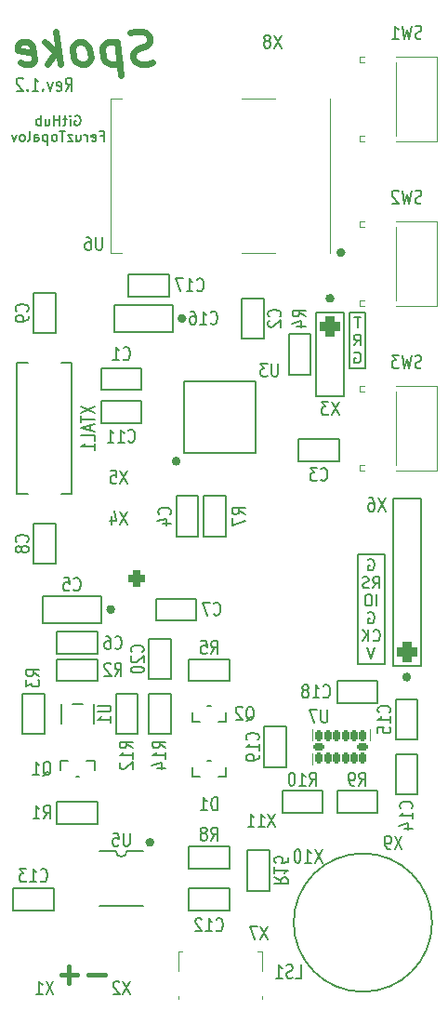
<source format=gbo>
G04 #@! TF.GenerationSoftware,KiCad,Pcbnew,(6.0.9)*
G04 #@! TF.CreationDate,2024-11-23T14:03:30+01:00*
G04 #@! TF.ProjectId,Spoke,53706f6b-652e-46b6-9963-61645f706362,1.2*
G04 #@! TF.SameCoordinates,PX5f5e100PY5f5e100*
G04 #@! TF.FileFunction,Legend,Bot*
G04 #@! TF.FilePolarity,Positive*
%FSLAX46Y46*%
G04 Gerber Fmt 4.6, Leading zero omitted, Abs format (unit mm)*
G04 Created by KiCad (PCBNEW (6.0.9)) date 2024-11-23 14:03:30*
%MOMM*%
%LPD*%
G01*
G04 APERTURE LIST*
G04 Aperture macros list*
%AMRoundRect*
0 Rectangle with rounded corners*
0 $1 Rounding radius*
0 $2 $3 $4 $5 $6 $7 $8 $9 X,Y pos of 4 corners*
0 Add a 4 corners polygon primitive as box body*
4,1,4,$2,$3,$4,$5,$6,$7,$8,$9,$2,$3,0*
0 Add four circle primitives for the rounded corners*
1,1,$1+$1,$2,$3*
1,1,$1+$1,$4,$5*
1,1,$1+$1,$6,$7*
1,1,$1+$1,$8,$9*
0 Add four rect primitives between the rounded corners*
20,1,$1+$1,$2,$3,$4,$5,0*
20,1,$1+$1,$4,$5,$6,$7,0*
20,1,$1+$1,$6,$7,$8,$9,0*
20,1,$1+$1,$8,$9,$2,$3,0*%
G04 Aperture macros list end*
%ADD10C,0.400000*%
%ADD11C,0.150000*%
%ADD12C,0.600000*%
%ADD13C,0.180000*%
%ADD14C,0.200000*%
%ADD15C,0.120000*%
%ADD16RoundRect,0.375000X-0.375000X-0.375000X0.375000X-0.375000X0.375000X0.375000X-0.375000X0.375000X0*%
%ADD17C,1.500000*%
%ADD18R,1.500000X1.300000*%
%ADD19R,0.900000X2.000000*%
%ADD20C,2.000000*%
%ADD21R,1.300000X1.500000*%
%ADD22R,0.600000X1.100000*%
%ADD23R,2.200000X0.600000*%
%ADD24R,2.290000X3.000000*%
%ADD25R,0.450000X1.380000*%
%ADD26R,1.425000X1.550000*%
%ADD27R,2.200000X1.800000*%
%ADD28R,1.000000X1.400000*%
%ADD29C,1.750000*%
%ADD30C,2.500000*%
%ADD31C,1.800000*%
%ADD32RoundRect,0.150000X0.150000X-0.325000X0.150000X0.325000X-0.150000X0.325000X-0.150000X-0.325000X0*%
%ADD33RoundRect,0.150000X0.325000X-0.150000X0.325000X0.150000X-0.325000X0.150000X-0.325000X-0.150000X0*%
%ADD34RoundRect,0.450000X0.450000X-0.450000X0.450000X0.450000X-0.450000X0.450000X-0.450000X-0.450000X0*%
%ADD35O,2.400000X4.000000*%
%ADD36RoundRect,0.450000X-0.450000X0.450000X-0.450000X-0.450000X0.450000X-0.450000X0.450000X0.450000X0*%
%ADD37O,2.600000X4.000000*%
%ADD38R,2.000000X6.000000*%
%ADD39R,1.200000X0.300000*%
%ADD40R,0.300000X1.200000*%
%ADD41R,1.700000X1.800000*%
G04 APERTURE END LIST*
D10*
X-13000000Y-42750000D02*
X-14500000Y-42750000D01*
X-10500000Y-42750000D02*
X-12000000Y-42750000D01*
D11*
X11750000Y12500000D02*
X13250000Y12500000D01*
X13250000Y12500000D02*
X13250000Y17500000D01*
X13250000Y17500000D02*
X11750000Y17500000D01*
X11750000Y17500000D02*
X11750000Y12500000D01*
X12500000Y-14500000D02*
X15000000Y-14500000D01*
X15000000Y-14500000D02*
X15000000Y-4500000D01*
X15000000Y-4500000D02*
X12500000Y-4500000D01*
X12500000Y-4500000D02*
X12500000Y-14500000D01*
D10*
X-13750000Y-42000000D02*
X-13750000Y-43500000D01*
D12*
X-6162411Y40285715D02*
X-6573125Y40142858D01*
X-7287411Y40142858D01*
X-7590983Y40285715D01*
X-7751697Y40428572D01*
X-7930268Y40714286D01*
X-7965983Y41000000D01*
X-7858840Y41285715D01*
X-7733840Y41428572D01*
X-7465983Y41571429D01*
X-6912411Y41714286D01*
X-6644554Y41857143D01*
X-6519554Y42000000D01*
X-6412411Y42285715D01*
X-6448125Y42571429D01*
X-6626697Y42857143D01*
X-6787411Y43000000D01*
X-7090983Y43142858D01*
X-7805268Y43142858D01*
X-8215983Y43000000D01*
X-9394554Y42142858D02*
X-9019554Y39142858D01*
X-9376697Y42000000D02*
X-9680268Y42142858D01*
X-10251697Y42142858D01*
X-10519554Y42000000D01*
X-10644554Y41857143D01*
X-10751697Y41571429D01*
X-10644554Y40714286D01*
X-10465983Y40428572D01*
X-10305268Y40285715D01*
X-10001697Y40142858D01*
X-9430268Y40142858D01*
X-9162411Y40285715D01*
X-12287411Y40142858D02*
X-12019554Y40285715D01*
X-11894554Y40428572D01*
X-11787411Y40714286D01*
X-11894554Y41571429D01*
X-12073125Y41857143D01*
X-12233840Y42000000D01*
X-12537411Y42142858D01*
X-12965983Y42142858D01*
X-13233840Y42000000D01*
X-13358840Y41857143D01*
X-13465983Y41571429D01*
X-13358840Y40714286D01*
X-13180268Y40428572D01*
X-13019554Y40285715D01*
X-12715983Y40142858D01*
X-12287411Y40142858D01*
X-14573125Y40142858D02*
X-14948125Y43142858D01*
X-15001697Y41285715D02*
X-15715983Y40142858D01*
X-15965983Y42142858D02*
X-14680268Y41000000D01*
X-18162411Y40285715D02*
X-17858840Y40142858D01*
X-17287411Y40142858D01*
X-17019554Y40285715D01*
X-16912411Y40571429D01*
X-17055268Y41714286D01*
X-17233840Y42000000D01*
X-17537411Y42142858D01*
X-18108840Y42142858D01*
X-18376697Y42000000D01*
X-18483840Y41714286D01*
X-18448125Y41428572D01*
X-16983840Y41142858D01*
D13*
X-13228572Y35424500D02*
X-13142858Y35467358D01*
X-13014286Y35467358D01*
X-12885715Y35424500D01*
X-12800000Y35338786D01*
X-12757143Y35253072D01*
X-12714286Y35081643D01*
X-12714286Y34953072D01*
X-12757143Y34781643D01*
X-12800000Y34695929D01*
X-12885715Y34610215D01*
X-13014286Y34567358D01*
X-13100000Y34567358D01*
X-13228572Y34610215D01*
X-13271429Y34653072D01*
X-13271429Y34953072D01*
X-13100000Y34953072D01*
X-13657143Y34567358D02*
X-13657143Y35167358D01*
X-13657143Y35467358D02*
X-13614286Y35424500D01*
X-13657143Y35381643D01*
X-13700000Y35424500D01*
X-13657143Y35467358D01*
X-13657143Y35381643D01*
X-13957143Y35167358D02*
X-14300000Y35167358D01*
X-14085715Y35467358D02*
X-14085715Y34695929D01*
X-14128572Y34610215D01*
X-14214286Y34567358D01*
X-14300000Y34567358D01*
X-14600000Y34567358D02*
X-14600000Y35467358D01*
X-14600000Y35038786D02*
X-15114286Y35038786D01*
X-15114286Y34567358D02*
X-15114286Y35467358D01*
X-15928572Y35167358D02*
X-15928572Y34567358D01*
X-15542858Y35167358D02*
X-15542858Y34695929D01*
X-15585715Y34610215D01*
X-15671429Y34567358D01*
X-15800000Y34567358D01*
X-15885715Y34610215D01*
X-15928572Y34653072D01*
X-16357143Y34567358D02*
X-16357143Y35467358D01*
X-16357143Y35124500D02*
X-16442858Y35167358D01*
X-16614286Y35167358D01*
X-16700000Y35124500D01*
X-16742858Y35081643D01*
X-16785715Y34995929D01*
X-16785715Y34738786D01*
X-16742858Y34653072D01*
X-16700000Y34610215D01*
X-16614286Y34567358D01*
X-16442858Y34567358D01*
X-16357143Y34610215D01*
X-10892858Y33589786D02*
X-10592858Y33589786D01*
X-10592858Y33118358D02*
X-10592858Y34018358D01*
X-11021429Y34018358D01*
X-11707143Y33161215D02*
X-11621429Y33118358D01*
X-11450000Y33118358D01*
X-11364286Y33161215D01*
X-11321429Y33246929D01*
X-11321429Y33589786D01*
X-11364286Y33675500D01*
X-11450000Y33718358D01*
X-11621429Y33718358D01*
X-11707143Y33675500D01*
X-11750000Y33589786D01*
X-11750000Y33504072D01*
X-11321429Y33418358D01*
X-12135715Y33118358D02*
X-12135715Y33718358D01*
X-12135715Y33546929D02*
X-12178572Y33632643D01*
X-12221429Y33675500D01*
X-12307143Y33718358D01*
X-12392858Y33718358D01*
X-13078572Y33718358D02*
X-13078572Y33118358D01*
X-12692858Y33718358D02*
X-12692858Y33246929D01*
X-12735715Y33161215D01*
X-12821429Y33118358D01*
X-12950000Y33118358D01*
X-13035715Y33161215D01*
X-13078572Y33204072D01*
X-13421429Y33718358D02*
X-13892858Y33718358D01*
X-13421429Y33118358D01*
X-13892858Y33118358D01*
X-14107143Y34018358D02*
X-14621429Y34018358D01*
X-14364286Y33118358D02*
X-14364286Y34018358D01*
X-15050000Y33118358D02*
X-14964286Y33161215D01*
X-14921429Y33204072D01*
X-14878572Y33289786D01*
X-14878572Y33546929D01*
X-14921429Y33632643D01*
X-14964286Y33675500D01*
X-15050000Y33718358D01*
X-15178572Y33718358D01*
X-15264286Y33675500D01*
X-15307143Y33632643D01*
X-15350000Y33546929D01*
X-15350000Y33289786D01*
X-15307143Y33204072D01*
X-15264286Y33161215D01*
X-15178572Y33118358D01*
X-15050000Y33118358D01*
X-15735715Y33718358D02*
X-15735715Y32818358D01*
X-15735715Y33675500D02*
X-15821429Y33718358D01*
X-15992858Y33718358D01*
X-16078572Y33675500D01*
X-16121429Y33632643D01*
X-16164286Y33546929D01*
X-16164286Y33289786D01*
X-16121429Y33204072D01*
X-16078572Y33161215D01*
X-15992858Y33118358D01*
X-15821429Y33118358D01*
X-15735715Y33161215D01*
X-16935715Y33118358D02*
X-16935715Y33589786D01*
X-16892858Y33675500D01*
X-16807143Y33718358D01*
X-16635715Y33718358D01*
X-16550000Y33675500D01*
X-16935715Y33161215D02*
X-16850000Y33118358D01*
X-16635715Y33118358D01*
X-16550000Y33161215D01*
X-16507143Y33246929D01*
X-16507143Y33332643D01*
X-16550000Y33418358D01*
X-16635715Y33461215D01*
X-16850000Y33461215D01*
X-16935715Y33504072D01*
X-17492858Y33118358D02*
X-17407143Y33161215D01*
X-17364286Y33246929D01*
X-17364286Y34018358D01*
X-17964286Y33118358D02*
X-17878572Y33161215D01*
X-17835715Y33204072D01*
X-17792858Y33289786D01*
X-17792858Y33546929D01*
X-17835715Y33632643D01*
X-17878572Y33675500D01*
X-17964286Y33718358D01*
X-18092858Y33718358D01*
X-18178572Y33675500D01*
X-18221429Y33632643D01*
X-18264286Y33546929D01*
X-18264286Y33289786D01*
X-18221429Y33204072D01*
X-18178572Y33161215D01*
X-18092858Y33118358D01*
X-17964286Y33118358D01*
X-18564286Y33718358D02*
X-18778572Y33118358D01*
X-18992858Y33718358D01*
D11*
X13488095Y-4975000D02*
X13583333Y-4927380D01*
X13726190Y-4927380D01*
X13869047Y-4975000D01*
X13964285Y-5070238D01*
X14011904Y-5165476D01*
X14059523Y-5355952D01*
X14059523Y-5498809D01*
X14011904Y-5689285D01*
X13964285Y-5784523D01*
X13869047Y-5879761D01*
X13726190Y-5927380D01*
X13630952Y-5927380D01*
X13488095Y-5879761D01*
X13440476Y-5832142D01*
X13440476Y-5498809D01*
X13630952Y-5498809D01*
X13916666Y-7537380D02*
X14250000Y-7061190D01*
X14488095Y-7537380D02*
X14488095Y-6537380D01*
X14107142Y-6537380D01*
X14011904Y-6585000D01*
X13964285Y-6632619D01*
X13916666Y-6727857D01*
X13916666Y-6870714D01*
X13964285Y-6965952D01*
X14011904Y-7013571D01*
X14107142Y-7061190D01*
X14488095Y-7061190D01*
X13535714Y-7489761D02*
X13392857Y-7537380D01*
X13154761Y-7537380D01*
X13059523Y-7489761D01*
X13011904Y-7442142D01*
X12964285Y-7346904D01*
X12964285Y-7251666D01*
X13011904Y-7156428D01*
X13059523Y-7108809D01*
X13154761Y-7061190D01*
X13345238Y-7013571D01*
X13440476Y-6965952D01*
X13488095Y-6918333D01*
X13535714Y-6823095D01*
X13535714Y-6727857D01*
X13488095Y-6632619D01*
X13440476Y-6585000D01*
X13345238Y-6537380D01*
X13107142Y-6537380D01*
X12964285Y-6585000D01*
X14273809Y-9147380D02*
X14273809Y-8147380D01*
X13607142Y-8147380D02*
X13416666Y-8147380D01*
X13321428Y-8195000D01*
X13226190Y-8290238D01*
X13178571Y-8480714D01*
X13178571Y-8814047D01*
X13226190Y-9004523D01*
X13321428Y-9099761D01*
X13416666Y-9147380D01*
X13607142Y-9147380D01*
X13702380Y-9099761D01*
X13797619Y-9004523D01*
X13845238Y-8814047D01*
X13845238Y-8480714D01*
X13797619Y-8290238D01*
X13702380Y-8195000D01*
X13607142Y-8147380D01*
X13488095Y-9805000D02*
X13583333Y-9757380D01*
X13726190Y-9757380D01*
X13869047Y-9805000D01*
X13964285Y-9900238D01*
X14011904Y-9995476D01*
X14059523Y-10185952D01*
X14059523Y-10328809D01*
X14011904Y-10519285D01*
X13964285Y-10614523D01*
X13869047Y-10709761D01*
X13726190Y-10757380D01*
X13630952Y-10757380D01*
X13488095Y-10709761D01*
X13440476Y-10662142D01*
X13440476Y-10328809D01*
X13630952Y-10328809D01*
X13940476Y-12272142D02*
X13988095Y-12319761D01*
X14130952Y-12367380D01*
X14226190Y-12367380D01*
X14369047Y-12319761D01*
X14464285Y-12224523D01*
X14511904Y-12129285D01*
X14559523Y-11938809D01*
X14559523Y-11795952D01*
X14511904Y-11605476D01*
X14464285Y-11510238D01*
X14369047Y-11415000D01*
X14226190Y-11367380D01*
X14130952Y-11367380D01*
X13988095Y-11415000D01*
X13940476Y-11462619D01*
X13511904Y-12367380D02*
X13511904Y-11367380D01*
X12940476Y-12367380D02*
X13369047Y-11795952D01*
X12940476Y-11367380D02*
X13511904Y-11938809D01*
X14083333Y-12977380D02*
X13750000Y-13977380D01*
X13416666Y-12977380D01*
X12785714Y17157620D02*
X12214285Y17157620D01*
X12500000Y16157620D02*
X12500000Y17157620D01*
X12190476Y14547620D02*
X12523809Y15023810D01*
X12761904Y14547620D02*
X12761904Y15547620D01*
X12380952Y15547620D01*
X12285714Y15500000D01*
X12238095Y15452381D01*
X12190476Y15357143D01*
X12190476Y15214286D01*
X12238095Y15119048D01*
X12285714Y15071429D01*
X12380952Y15023810D01*
X12761904Y15023810D01*
X12238095Y13890000D02*
X12333333Y13937620D01*
X12476190Y13937620D01*
X12619047Y13890000D01*
X12714285Y13794762D01*
X12761904Y13699524D01*
X12809523Y13509048D01*
X12809523Y13366191D01*
X12761904Y13175715D01*
X12714285Y13080477D01*
X12619047Y12985239D01*
X12476190Y12937620D01*
X12380952Y12937620D01*
X12238095Y12985239D01*
X12190476Y13032858D01*
X12190476Y13366191D01*
X12380952Y13366191D01*
D14*
X-14071429Y37707143D02*
X-13738096Y38278572D01*
X-13500000Y37707143D02*
X-13500000Y38907143D01*
X-13880953Y38907143D01*
X-13976191Y38850000D01*
X-14023810Y38792858D01*
X-14071429Y38678572D01*
X-14071429Y38507143D01*
X-14023810Y38392858D01*
X-13976191Y38335715D01*
X-13880953Y38278572D01*
X-13500000Y38278572D01*
X-14880953Y37764286D02*
X-14785715Y37707143D01*
X-14595239Y37707143D01*
X-14500000Y37764286D01*
X-14452381Y37878572D01*
X-14452381Y38335715D01*
X-14500000Y38450000D01*
X-14595239Y38507143D01*
X-14785715Y38507143D01*
X-14880953Y38450000D01*
X-14928572Y38335715D01*
X-14928572Y38221429D01*
X-14452381Y38107143D01*
X-15261905Y38507143D02*
X-15500000Y37707143D01*
X-15738096Y38507143D01*
X-16119048Y37821429D02*
X-16166667Y37764286D01*
X-16119048Y37707143D01*
X-16071429Y37764286D01*
X-16119048Y37821429D01*
X-16119048Y37707143D01*
X-17119048Y37707143D02*
X-16547620Y37707143D01*
X-16833334Y37707143D02*
X-16833334Y38907143D01*
X-16738096Y38735715D01*
X-16642858Y38621429D01*
X-16547620Y38564286D01*
X-17547620Y37821429D02*
X-17595239Y37764286D01*
X-17547620Y37707143D01*
X-17500000Y37764286D01*
X-17547620Y37821429D01*
X-17547620Y37707143D01*
X-17976191Y38792858D02*
X-18023810Y38850000D01*
X-18119048Y38907143D01*
X-18357143Y38907143D01*
X-18452381Y38850000D01*
X-18500000Y38792858D01*
X-18547620Y38678572D01*
X-18547620Y38564286D01*
X-18500000Y38392858D01*
X-17928572Y37707143D01*
X-18547620Y37707143D01*
G04 #@! TO.C,R14*
X-4957143Y-22107142D02*
X-5528572Y-21773809D01*
X-4957143Y-21535714D02*
X-6157143Y-21535714D01*
X-6157143Y-21916666D01*
X-6100000Y-22011904D01*
X-6042858Y-22059523D01*
X-5928572Y-22107142D01*
X-5757143Y-22107142D01*
X-5642858Y-22059523D01*
X-5585715Y-22011904D01*
X-5528572Y-21916666D01*
X-5528572Y-21535714D01*
X-4957143Y-23059523D02*
X-4957143Y-22488095D01*
X-4957143Y-22773809D02*
X-6157143Y-22773809D01*
X-5985715Y-22678571D01*
X-5871429Y-22583333D01*
X-5814286Y-22488095D01*
X-5757143Y-23916666D02*
X-4957143Y-23916666D01*
X-6214286Y-23678571D02*
X-5357143Y-23440476D01*
X-5357143Y-24059523D01*
G04 #@! TO.C,U6*
X-10738096Y24407143D02*
X-10738096Y23435715D01*
X-10785715Y23321429D01*
X-10833334Y23264286D01*
X-10928572Y23207143D01*
X-11119048Y23207143D01*
X-11214286Y23264286D01*
X-11261905Y23321429D01*
X-11309524Y23435715D01*
X-11309524Y24407143D01*
X-12214286Y24407143D02*
X-12023810Y24407143D01*
X-11928572Y24350000D01*
X-11880953Y24292858D01*
X-11785715Y24121429D01*
X-11738096Y23892858D01*
X-11738096Y23435715D01*
X-11785715Y23321429D01*
X-11833334Y23264286D01*
X-11928572Y23207143D01*
X-12119048Y23207143D01*
X-12214286Y23264286D01*
X-12261905Y23321429D01*
X-12309524Y23435715D01*
X-12309524Y23721429D01*
X-12261905Y23835715D01*
X-12214286Y23892858D01*
X-12119048Y23950000D01*
X-11928572Y23950000D01*
X-11833334Y23892858D01*
X-11785715Y23835715D01*
X-11738096Y23721429D01*
G04 #@! TO.C,X11*
X5035714Y-28092857D02*
X4369047Y-29292857D01*
X4369047Y-28092857D02*
X5035714Y-29292857D01*
X3464285Y-29292857D02*
X4035714Y-29292857D01*
X3750000Y-29292857D02*
X3750000Y-28092857D01*
X3845238Y-28264285D01*
X3940476Y-28378571D01*
X4035714Y-28435714D01*
X2511904Y-29292857D02*
X3083333Y-29292857D01*
X2797619Y-29292857D02*
X2797619Y-28092857D01*
X2892857Y-28264285D01*
X2988095Y-28378571D01*
X3083333Y-28435714D01*
G04 #@! TO.C,C17*
X-2107143Y19571429D02*
X-2059524Y19514286D01*
X-1916667Y19457143D01*
X-1821429Y19457143D01*
X-1678572Y19514286D01*
X-1583334Y19628572D01*
X-1535715Y19742858D01*
X-1488096Y19971429D01*
X-1488096Y20142858D01*
X-1535715Y20371429D01*
X-1583334Y20485715D01*
X-1678572Y20600000D01*
X-1821429Y20657143D01*
X-1916667Y20657143D01*
X-2059524Y20600000D01*
X-2107143Y20542858D01*
X-3059524Y19457143D02*
X-2488096Y19457143D01*
X-2773810Y19457143D02*
X-2773810Y20657143D01*
X-2678572Y20485715D01*
X-2583334Y20371429D01*
X-2488096Y20314286D01*
X-3392858Y20657143D02*
X-4059524Y20657143D01*
X-3630953Y19457143D01*
G04 #@! TO.C,U1*
X-11157143Y-18238095D02*
X-10185715Y-18238095D01*
X-10071429Y-18285714D01*
X-10014286Y-18333333D01*
X-9957143Y-18428571D01*
X-9957143Y-18619047D01*
X-10014286Y-18714285D01*
X-10071429Y-18761904D01*
X-10185715Y-18809523D01*
X-11157143Y-18809523D01*
X-9957143Y-19809523D02*
X-9957143Y-19238095D01*
X-9957143Y-19523809D02*
X-11157143Y-19523809D01*
X-10985715Y-19428571D01*
X-10871429Y-19333333D01*
X-10814286Y-19238095D01*
G04 #@! TO.C,R7*
X2292857Y-833333D02*
X1721428Y-500000D01*
X2292857Y-261904D02*
X1092857Y-261904D01*
X1092857Y-642857D01*
X1150000Y-738095D01*
X1207142Y-785714D01*
X1321428Y-833333D01*
X1492857Y-833333D01*
X1607142Y-785714D01*
X1664285Y-738095D01*
X1721428Y-642857D01*
X1721428Y-261904D01*
X1092857Y-1166666D02*
X1092857Y-1833333D01*
X2292857Y-1404761D01*
G04 #@! TO.C,U5*
X-8238096Y-29842857D02*
X-8238096Y-30814285D01*
X-8285715Y-30928571D01*
X-8333334Y-30985714D01*
X-8428572Y-31042857D01*
X-8619048Y-31042857D01*
X-8714286Y-30985714D01*
X-8761905Y-30928571D01*
X-8809524Y-30814285D01*
X-8809524Y-29842857D01*
X-9761905Y-29842857D02*
X-9285715Y-29842857D01*
X-9238096Y-30414285D01*
X-9285715Y-30357142D01*
X-9380953Y-30300000D01*
X-9619048Y-30300000D01*
X-9714286Y-30357142D01*
X-9761905Y-30414285D01*
X-9809524Y-30528571D01*
X-9809524Y-30814285D01*
X-9761905Y-30928571D01*
X-9714286Y-30985714D01*
X-9619048Y-31042857D01*
X-9380953Y-31042857D01*
X-9285715Y-30985714D01*
X-9238096Y-30928571D01*
G04 #@! TO.C,C9*
X-17571429Y17666667D02*
X-17514286Y17714286D01*
X-17457143Y17857143D01*
X-17457143Y17952381D01*
X-17514286Y18095239D01*
X-17628572Y18190477D01*
X-17742858Y18238096D01*
X-17971429Y18285715D01*
X-18142858Y18285715D01*
X-18371429Y18238096D01*
X-18485715Y18190477D01*
X-18600000Y18095239D01*
X-18657143Y17952381D01*
X-18657143Y17857143D01*
X-18600000Y17714286D01*
X-18542858Y17666667D01*
X-17457143Y17190477D02*
X-17457143Y17000000D01*
X-17514286Y16904762D01*
X-17571429Y16857143D01*
X-17742858Y16761905D01*
X-17971429Y16714286D01*
X-18428572Y16714286D01*
X-18542858Y16761905D01*
X-18600000Y16809524D01*
X-18657143Y16904762D01*
X-18657143Y17095239D01*
X-18600000Y17190477D01*
X-18542858Y17238096D01*
X-18428572Y17285715D01*
X-18142858Y17285715D01*
X-18028572Y17238096D01*
X-17971429Y17190477D01*
X-17914286Y17095239D01*
X-17914286Y16904762D01*
X-17971429Y16809524D01*
X-18028572Y16761905D01*
X-18142858Y16714286D01*
G04 #@! TO.C,X7*
X4309523Y-38342857D02*
X3642857Y-39542857D01*
X3642857Y-38342857D02*
X4309523Y-39542857D01*
X3357142Y-38342857D02*
X2690476Y-38342857D01*
X3119047Y-39542857D01*
G04 #@! TO.C,R8*
X-833334Y-30542857D02*
X-500000Y-29971428D01*
X-261905Y-30542857D02*
X-261905Y-29342857D01*
X-642858Y-29342857D01*
X-738096Y-29400000D01*
X-785715Y-29457142D01*
X-833334Y-29571428D01*
X-833334Y-29742857D01*
X-785715Y-29857142D01*
X-738096Y-29914285D01*
X-642858Y-29971428D01*
X-261905Y-29971428D01*
X-1404762Y-29857142D02*
X-1309524Y-29800000D01*
X-1261905Y-29742857D01*
X-1214286Y-29628571D01*
X-1214286Y-29571428D01*
X-1261905Y-29457142D01*
X-1309524Y-29400000D01*
X-1404762Y-29342857D01*
X-1595239Y-29342857D01*
X-1690477Y-29400000D01*
X-1738096Y-29457142D01*
X-1785715Y-29571428D01*
X-1785715Y-29628571D01*
X-1738096Y-29742857D01*
X-1690477Y-29800000D01*
X-1595239Y-29857142D01*
X-1404762Y-29857142D01*
X-1309524Y-29914285D01*
X-1261905Y-29971428D01*
X-1214286Y-30085714D01*
X-1214286Y-30314285D01*
X-1261905Y-30428571D01*
X-1309524Y-30485714D01*
X-1404762Y-30542857D01*
X-1595239Y-30542857D01*
X-1690477Y-30485714D01*
X-1738096Y-30428571D01*
X-1785715Y-30314285D01*
X-1785715Y-30085714D01*
X-1738096Y-29971428D01*
X-1690477Y-29914285D01*
X-1595239Y-29857142D01*
G04 #@! TO.C,C12*
X-357143Y-38678571D02*
X-309524Y-38735714D01*
X-166667Y-38792857D01*
X-71429Y-38792857D01*
X71428Y-38735714D01*
X166666Y-38621428D01*
X214285Y-38507142D01*
X261904Y-38278571D01*
X261904Y-38107142D01*
X214285Y-37878571D01*
X166666Y-37764285D01*
X71428Y-37650000D01*
X-71429Y-37592857D01*
X-166667Y-37592857D01*
X-309524Y-37650000D01*
X-357143Y-37707142D01*
X-1309524Y-38792857D02*
X-738096Y-38792857D01*
X-1023810Y-38792857D02*
X-1023810Y-37592857D01*
X-928572Y-37764285D01*
X-833334Y-37878571D01*
X-738096Y-37935714D01*
X-1690477Y-37707142D02*
X-1738096Y-37650000D01*
X-1833334Y-37592857D01*
X-2071429Y-37592857D01*
X-2166667Y-37650000D01*
X-2214286Y-37707142D01*
X-2261905Y-37821428D01*
X-2261905Y-37935714D01*
X-2214286Y-38107142D01*
X-1642858Y-38792857D01*
X-2261905Y-38792857D01*
G04 #@! TO.C,X10*
X9285714Y-31342857D02*
X8619047Y-32542857D01*
X8619047Y-31342857D02*
X9285714Y-32542857D01*
X7714285Y-32542857D02*
X8285714Y-32542857D01*
X8000000Y-32542857D02*
X8000000Y-31342857D01*
X8095238Y-31514285D01*
X8190476Y-31628571D01*
X8285714Y-31685714D01*
X7095238Y-31342857D02*
X7000000Y-31342857D01*
X6904761Y-31400000D01*
X6857142Y-31457142D01*
X6809523Y-31571428D01*
X6761904Y-31800000D01*
X6761904Y-32085714D01*
X6809523Y-32314285D01*
X6857142Y-32428571D01*
X6904761Y-32485714D01*
X7000000Y-32542857D01*
X7095238Y-32542857D01*
X7190476Y-32485714D01*
X7238095Y-32428571D01*
X7285714Y-32314285D01*
X7333333Y-32085714D01*
X7333333Y-31800000D01*
X7285714Y-31571428D01*
X7238095Y-31457142D01*
X7190476Y-31400000D01*
X7095238Y-31342857D01*
G04 #@! TO.C,C6*
X-9583334Y-13004771D02*
X-9535715Y-13061914D01*
X-9392858Y-13119057D01*
X-9297620Y-13119057D01*
X-9154762Y-13061914D01*
X-9059524Y-12947628D01*
X-9011905Y-12833342D01*
X-8964286Y-12604771D01*
X-8964286Y-12433342D01*
X-9011905Y-12204771D01*
X-9059524Y-12090485D01*
X-9154762Y-11976200D01*
X-9297620Y-11919057D01*
X-9392858Y-11919057D01*
X-9535715Y-11976200D01*
X-9583334Y-12033342D01*
X-10440477Y-11919057D02*
X-10250000Y-11919057D01*
X-10154762Y-11976200D01*
X-10107143Y-12033342D01*
X-10011905Y-12204771D01*
X-9964286Y-12433342D01*
X-9964286Y-12890485D01*
X-10011905Y-13004771D01*
X-10059524Y-13061914D01*
X-10154762Y-13119057D01*
X-10345239Y-13119057D01*
X-10440477Y-13061914D01*
X-10488096Y-13004771D01*
X-10535715Y-12890485D01*
X-10535715Y-12604771D01*
X-10488096Y-12490485D01*
X-10440477Y-12433342D01*
X-10345239Y-12376200D01*
X-10154762Y-12376200D01*
X-10059524Y-12433342D01*
X-10011905Y-12490485D01*
X-9964286Y-12604771D01*
G04 #@! TO.C,R1*
X-16083334Y-28542857D02*
X-15750000Y-27971428D01*
X-15511905Y-28542857D02*
X-15511905Y-27342857D01*
X-15892858Y-27342857D01*
X-15988096Y-27400000D01*
X-16035715Y-27457142D01*
X-16083334Y-27571428D01*
X-16083334Y-27742857D01*
X-16035715Y-27857142D01*
X-15988096Y-27914285D01*
X-15892858Y-27971428D01*
X-15511905Y-27971428D01*
X-17035715Y-28542857D02*
X-16464286Y-28542857D01*
X-16750000Y-28542857D02*
X-16750000Y-27342857D01*
X-16654762Y-27514285D01*
X-16559524Y-27628571D01*
X-16464286Y-27685714D01*
G04 #@! TO.C,R5*
X-833334Y-13542857D02*
X-500000Y-12971428D01*
X-261905Y-13542857D02*
X-261905Y-12342857D01*
X-642858Y-12342857D01*
X-738096Y-12400000D01*
X-785715Y-12457142D01*
X-833334Y-12571428D01*
X-833334Y-12742857D01*
X-785715Y-12857142D01*
X-738096Y-12914285D01*
X-642858Y-12971428D01*
X-261905Y-12971428D01*
X-1738096Y-12342857D02*
X-1261905Y-12342857D01*
X-1214286Y-12914285D01*
X-1261905Y-12857142D01*
X-1357143Y-12800000D01*
X-1595239Y-12800000D01*
X-1690477Y-12857142D01*
X-1738096Y-12914285D01*
X-1785715Y-13028571D01*
X-1785715Y-13314285D01*
X-1738096Y-13428571D01*
X-1690477Y-13485714D01*
X-1595239Y-13542857D01*
X-1357143Y-13542857D01*
X-1261905Y-13485714D01*
X-1214286Y-13428571D01*
G04 #@! TO.C,Q1*
X-16154762Y-24657142D02*
X-16059524Y-24600000D01*
X-15964286Y-24485714D01*
X-15821429Y-24314285D01*
X-15726191Y-24257142D01*
X-15630953Y-24257142D01*
X-15678572Y-24542857D02*
X-15583334Y-24485714D01*
X-15488096Y-24371428D01*
X-15440477Y-24142857D01*
X-15440477Y-23742857D01*
X-15488096Y-23514285D01*
X-15583334Y-23400000D01*
X-15678572Y-23342857D01*
X-15869048Y-23342857D01*
X-15964286Y-23400000D01*
X-16059524Y-23514285D01*
X-16107143Y-23742857D01*
X-16107143Y-24142857D01*
X-16059524Y-24371428D01*
X-15964286Y-24485714D01*
X-15869048Y-24542857D01*
X-15678572Y-24542857D01*
X-17059524Y-24542857D02*
X-16488096Y-24542857D01*
X-16773810Y-24542857D02*
X-16773810Y-23342857D01*
X-16678572Y-23514285D01*
X-16583334Y-23628571D01*
X-16488096Y-23685714D01*
G04 #@! TO.C,SW3*
X18333333Y12514286D02*
X18190476Y12457143D01*
X17952380Y12457143D01*
X17857142Y12514286D01*
X17809523Y12571429D01*
X17761904Y12685715D01*
X17761904Y12800000D01*
X17809523Y12914286D01*
X17857142Y12971429D01*
X17952380Y13028572D01*
X18142857Y13085715D01*
X18238095Y13142858D01*
X18285714Y13200000D01*
X18333333Y13314286D01*
X18333333Y13428572D01*
X18285714Y13542858D01*
X18238095Y13600000D01*
X18142857Y13657143D01*
X17904761Y13657143D01*
X17761904Y13600000D01*
X17428571Y13657143D02*
X17190476Y12457143D01*
X17000000Y13314286D01*
X16809523Y12457143D01*
X16571428Y13657143D01*
X16285714Y13657143D02*
X15666666Y13657143D01*
X16000000Y13200000D01*
X15857142Y13200000D01*
X15761904Y13142858D01*
X15714285Y13085715D01*
X15666666Y12971429D01*
X15666666Y12685715D01*
X15714285Y12571429D01*
X15761904Y12514286D01*
X15857142Y12457143D01*
X16142857Y12457143D01*
X16238095Y12514286D01*
X16285714Y12571429D01*
G04 #@! TO.C,R4*
X7792857Y17166667D02*
X7221428Y17500000D01*
X7792857Y17738096D02*
X6592857Y17738096D01*
X6592857Y17357143D01*
X6650000Y17261905D01*
X6707142Y17214286D01*
X6821428Y17166667D01*
X6992857Y17166667D01*
X7107142Y17214286D01*
X7164285Y17261905D01*
X7221428Y17357143D01*
X7221428Y17738096D01*
X6992857Y16309524D02*
X7792857Y16309524D01*
X6535714Y16547620D02*
X7392857Y16785715D01*
X7392857Y16166667D01*
G04 #@! TO.C,LS1*
X6892857Y-43042857D02*
X7369047Y-43042857D01*
X7369047Y-41842857D01*
X6607142Y-42985714D02*
X6464285Y-43042857D01*
X6226190Y-43042857D01*
X6130952Y-42985714D01*
X6083333Y-42928571D01*
X6035714Y-42814285D01*
X6035714Y-42700000D01*
X6083333Y-42585714D01*
X6130952Y-42528571D01*
X6226190Y-42471428D01*
X6416666Y-42414285D01*
X6511904Y-42357142D01*
X6559523Y-42300000D01*
X6607142Y-42185714D01*
X6607142Y-42071428D01*
X6559523Y-41957142D01*
X6511904Y-41900000D01*
X6416666Y-41842857D01*
X6178571Y-41842857D01*
X6035714Y-41900000D01*
X5083333Y-43042857D02*
X5654761Y-43042857D01*
X5369047Y-43042857D02*
X5369047Y-41842857D01*
X5464285Y-42014285D01*
X5559523Y-42128571D01*
X5654761Y-42185714D01*
G04 #@! TO.C,C14*
X17428571Y-27607142D02*
X17485714Y-27559523D01*
X17542857Y-27416666D01*
X17542857Y-27321428D01*
X17485714Y-27178571D01*
X17371428Y-27083333D01*
X17257142Y-27035714D01*
X17028571Y-26988095D01*
X16857142Y-26988095D01*
X16628571Y-27035714D01*
X16514285Y-27083333D01*
X16400000Y-27178571D01*
X16342857Y-27321428D01*
X16342857Y-27416666D01*
X16400000Y-27559523D01*
X16457142Y-27607142D01*
X17542857Y-28559523D02*
X17542857Y-27988095D01*
X17542857Y-28273809D02*
X16342857Y-28273809D01*
X16514285Y-28178571D01*
X16628571Y-28083333D01*
X16685714Y-27988095D01*
X16742857Y-29416666D02*
X17542857Y-29416666D01*
X16285714Y-29178571D02*
X17142857Y-28940476D01*
X17142857Y-29559523D01*
G04 #@! TO.C,R2*
X-9583334Y-15542857D02*
X-9250000Y-14971428D01*
X-9011905Y-15542857D02*
X-9011905Y-14342857D01*
X-9392858Y-14342857D01*
X-9488096Y-14400000D01*
X-9535715Y-14457142D01*
X-9583334Y-14571428D01*
X-9583334Y-14742857D01*
X-9535715Y-14857142D01*
X-9488096Y-14914285D01*
X-9392858Y-14971428D01*
X-9011905Y-14971428D01*
X-9964286Y-14457142D02*
X-10011905Y-14400000D01*
X-10107143Y-14342857D01*
X-10345239Y-14342857D01*
X-10440477Y-14400000D01*
X-10488096Y-14457142D01*
X-10535715Y-14571428D01*
X-10535715Y-14685714D01*
X-10488096Y-14857142D01*
X-9916667Y-15542857D01*
X-10535715Y-15542857D01*
G04 #@! TO.C,C19*
X3428571Y-21357142D02*
X3485714Y-21309523D01*
X3542857Y-21166666D01*
X3542857Y-21071428D01*
X3485714Y-20928571D01*
X3371428Y-20833333D01*
X3257142Y-20785714D01*
X3028571Y-20738095D01*
X2857142Y-20738095D01*
X2628571Y-20785714D01*
X2514285Y-20833333D01*
X2400000Y-20928571D01*
X2342857Y-21071428D01*
X2342857Y-21166666D01*
X2400000Y-21309523D01*
X2457142Y-21357142D01*
X3542857Y-22309523D02*
X3542857Y-21738095D01*
X3542857Y-22023809D02*
X2342857Y-22023809D01*
X2514285Y-21928571D01*
X2628571Y-21833333D01*
X2685714Y-21738095D01*
X3542857Y-22785714D02*
X3542857Y-22976190D01*
X3485714Y-23071428D01*
X3428571Y-23119047D01*
X3257142Y-23214285D01*
X3028571Y-23261904D01*
X2571428Y-23261904D01*
X2457142Y-23214285D01*
X2400000Y-23166666D01*
X2342857Y-23071428D01*
X2342857Y-22880952D01*
X2400000Y-22785714D01*
X2457142Y-22738095D01*
X2571428Y-22690476D01*
X2857142Y-22690476D01*
X2971428Y-22738095D01*
X3028571Y-22785714D01*
X3085714Y-22880952D01*
X3085714Y-23071428D01*
X3028571Y-23166666D01*
X2971428Y-23214285D01*
X2857142Y-23261904D01*
G04 #@! TO.C,C20*
X-7071429Y-13357142D02*
X-7014286Y-13309523D01*
X-6957143Y-13166666D01*
X-6957143Y-13071428D01*
X-7014286Y-12928571D01*
X-7128572Y-12833333D01*
X-7242858Y-12785714D01*
X-7471429Y-12738095D01*
X-7642858Y-12738095D01*
X-7871429Y-12785714D01*
X-7985715Y-12833333D01*
X-8100000Y-12928571D01*
X-8157143Y-13071428D01*
X-8157143Y-13166666D01*
X-8100000Y-13309523D01*
X-8042858Y-13357142D01*
X-8042858Y-13738095D02*
X-8100000Y-13785714D01*
X-8157143Y-13880952D01*
X-8157143Y-14119047D01*
X-8100000Y-14214285D01*
X-8042858Y-14261904D01*
X-7928572Y-14309523D01*
X-7814286Y-14309523D01*
X-7642858Y-14261904D01*
X-6957143Y-13690476D01*
X-6957143Y-14309523D01*
X-8157143Y-14928571D02*
X-8157143Y-15023809D01*
X-8100000Y-15119047D01*
X-8042858Y-15166666D01*
X-7928572Y-15214285D01*
X-7700000Y-15261904D01*
X-7414286Y-15261904D01*
X-7185715Y-15214285D01*
X-7071429Y-15166666D01*
X-7014286Y-15119047D01*
X-6957143Y-15023809D01*
X-6957143Y-14928571D01*
X-7014286Y-14833333D01*
X-7071429Y-14785714D01*
X-7185715Y-14738095D01*
X-7414286Y-14690476D01*
X-7700000Y-14690476D01*
X-7928572Y-14738095D01*
X-8042858Y-14785714D01*
X-8100000Y-14833333D01*
X-8157143Y-14928571D01*
G04 #@! TO.C,U7*
X9761904Y-18592857D02*
X9761904Y-19564285D01*
X9714285Y-19678571D01*
X9666666Y-19735714D01*
X9571428Y-19792857D01*
X9380952Y-19792857D01*
X9285714Y-19735714D01*
X9238095Y-19678571D01*
X9190476Y-19564285D01*
X9190476Y-18592857D01*
X8809523Y-18592857D02*
X8142857Y-18592857D01*
X8571428Y-19792857D01*
G04 #@! TO.C,R9*
X12666666Y-25542857D02*
X13000000Y-24971428D01*
X13238095Y-25542857D02*
X13238095Y-24342857D01*
X12857142Y-24342857D01*
X12761904Y-24400000D01*
X12714285Y-24457142D01*
X12666666Y-24571428D01*
X12666666Y-24742857D01*
X12714285Y-24857142D01*
X12761904Y-24914285D01*
X12857142Y-24971428D01*
X13238095Y-24971428D01*
X12190476Y-25542857D02*
X12000000Y-25542857D01*
X11904761Y-25485714D01*
X11857142Y-25428571D01*
X11761904Y-25257142D01*
X11714285Y-25028571D01*
X11714285Y-24571428D01*
X11761904Y-24457142D01*
X11809523Y-24400000D01*
X11904761Y-24342857D01*
X12095238Y-24342857D01*
X12190476Y-24400000D01*
X12238095Y-24457142D01*
X12285714Y-24571428D01*
X12285714Y-24857142D01*
X12238095Y-24971428D01*
X12190476Y-25028571D01*
X12095238Y-25085714D01*
X11904761Y-25085714D01*
X11809523Y-25028571D01*
X11761904Y-24971428D01*
X11714285Y-24857142D01*
G04 #@! TO.C,X6*
X15059523Y657143D02*
X14392857Y-542857D01*
X14392857Y657143D02*
X15059523Y-542857D01*
X13583333Y657143D02*
X13773809Y657143D01*
X13869047Y600000D01*
X13916666Y542858D01*
X14011904Y371429D01*
X14059523Y142858D01*
X14059523Y-314285D01*
X14011904Y-428571D01*
X13964285Y-485714D01*
X13869047Y-542857D01*
X13678571Y-542857D01*
X13583333Y-485714D01*
X13535714Y-428571D01*
X13488095Y-314285D01*
X13488095Y-28571D01*
X13535714Y85715D01*
X13583333Y142858D01*
X13678571Y200000D01*
X13869047Y200000D01*
X13964285Y142858D01*
X14011904Y85715D01*
X14059523Y-28571D01*
G04 #@! TO.C,X2*
X-8190477Y-43342857D02*
X-8857143Y-44542857D01*
X-8857143Y-43342857D02*
X-8190477Y-44542857D01*
X-9190477Y-43457142D02*
X-9238096Y-43400000D01*
X-9333334Y-43342857D01*
X-9571429Y-43342857D01*
X-9666667Y-43400000D01*
X-9714286Y-43457142D01*
X-9761905Y-43571428D01*
X-9761905Y-43685714D01*
X-9714286Y-43857142D01*
X-9142858Y-44542857D01*
X-9761905Y-44542857D01*
G04 #@! TO.C,X3*
X10809523Y9407143D02*
X10142857Y8207143D01*
X10142857Y9407143D02*
X10809523Y8207143D01*
X9857142Y9407143D02*
X9238095Y9407143D01*
X9571428Y8950000D01*
X9428571Y8950000D01*
X9333333Y8892858D01*
X9285714Y8835715D01*
X9238095Y8721429D01*
X9238095Y8435715D01*
X9285714Y8321429D01*
X9333333Y8264286D01*
X9428571Y8207143D01*
X9714285Y8207143D01*
X9809523Y8264286D01*
X9857142Y8321429D01*
G04 #@! TO.C,C1*
X-8833334Y13321429D02*
X-8785715Y13264286D01*
X-8642858Y13207143D01*
X-8547620Y13207143D01*
X-8404762Y13264286D01*
X-8309524Y13378572D01*
X-8261905Y13492858D01*
X-8214286Y13721429D01*
X-8214286Y13892858D01*
X-8261905Y14121429D01*
X-8309524Y14235715D01*
X-8404762Y14350000D01*
X-8547620Y14407143D01*
X-8642858Y14407143D01*
X-8785715Y14350000D01*
X-8833334Y14292858D01*
X-9785715Y13207143D02*
X-9214286Y13207143D01*
X-9500000Y13207143D02*
X-9500000Y14407143D01*
X-9404762Y14235715D01*
X-9309524Y14121429D01*
X-9214286Y14064286D01*
G04 #@! TO.C,X1*
X-15190477Y-43342857D02*
X-15857143Y-44542857D01*
X-15857143Y-43342857D02*
X-15190477Y-44542857D01*
X-16761905Y-44542857D02*
X-16190477Y-44542857D01*
X-16476191Y-44542857D02*
X-16476191Y-43342857D01*
X-16380953Y-43514285D01*
X-16285715Y-43628571D01*
X-16190477Y-43685714D01*
G04 #@! TO.C,X8*
X5559523Y42807143D02*
X4892857Y41607143D01*
X4892857Y42807143D02*
X5559523Y41607143D01*
X4369047Y42292858D02*
X4464285Y42350000D01*
X4511904Y42407143D01*
X4559523Y42521429D01*
X4559523Y42578572D01*
X4511904Y42692858D01*
X4464285Y42750000D01*
X4369047Y42807143D01*
X4178571Y42807143D01*
X4083333Y42750000D01*
X4035714Y42692858D01*
X3988095Y42578572D01*
X3988095Y42521429D01*
X4035714Y42407143D01*
X4083333Y42350000D01*
X4178571Y42292858D01*
X4369047Y42292858D01*
X4464285Y42235715D01*
X4511904Y42178572D01*
X4559523Y42064286D01*
X4559523Y41835715D01*
X4511904Y41721429D01*
X4464285Y41664286D01*
X4369047Y41607143D01*
X4178571Y41607143D01*
X4083333Y41664286D01*
X4035714Y41721429D01*
X3988095Y41835715D01*
X3988095Y42064286D01*
X4035714Y42178572D01*
X4083333Y42235715D01*
X4178571Y42292858D01*
G04 #@! TO.C,D1*
X-261905Y-27792857D02*
X-261905Y-26592857D01*
X-500000Y-26592857D01*
X-642858Y-26650000D01*
X-738096Y-26764285D01*
X-785715Y-26878571D01*
X-833334Y-27107142D01*
X-833334Y-27278571D01*
X-785715Y-27507142D01*
X-738096Y-27621428D01*
X-642858Y-27735714D01*
X-500000Y-27792857D01*
X-261905Y-27792857D01*
X-1785715Y-27792857D02*
X-1214286Y-27792857D01*
X-1500000Y-27792857D02*
X-1500000Y-26592857D01*
X-1404762Y-26764285D01*
X-1309524Y-26878571D01*
X-1214286Y-26935714D01*
G04 #@! TO.C,C7*
X-583334Y-9928571D02*
X-535715Y-9985714D01*
X-392858Y-10042857D01*
X-297620Y-10042857D01*
X-154762Y-9985714D01*
X-59524Y-9871428D01*
X-11905Y-9757142D01*
X35714Y-9528571D01*
X35714Y-9357142D01*
X-11905Y-9128571D01*
X-59524Y-9014285D01*
X-154762Y-8900000D01*
X-297620Y-8842857D01*
X-392858Y-8842857D01*
X-535715Y-8900000D01*
X-583334Y-8957142D01*
X-916667Y-8842857D02*
X-1583334Y-8842857D01*
X-1154762Y-10042857D01*
G04 #@! TO.C,C15*
X15428571Y-18857142D02*
X15485714Y-18809523D01*
X15542857Y-18666666D01*
X15542857Y-18571428D01*
X15485714Y-18428571D01*
X15371428Y-18333333D01*
X15257142Y-18285714D01*
X15028571Y-18238095D01*
X14857142Y-18238095D01*
X14628571Y-18285714D01*
X14514285Y-18333333D01*
X14400000Y-18428571D01*
X14342857Y-18571428D01*
X14342857Y-18666666D01*
X14400000Y-18809523D01*
X14457142Y-18857142D01*
X15542857Y-19809523D02*
X15542857Y-19238095D01*
X15542857Y-19523809D02*
X14342857Y-19523809D01*
X14514285Y-19428571D01*
X14628571Y-19333333D01*
X14685714Y-19238095D01*
X14342857Y-20714285D02*
X14342857Y-20238095D01*
X14914285Y-20190476D01*
X14857142Y-20238095D01*
X14800000Y-20333333D01*
X14800000Y-20571428D01*
X14857142Y-20666666D01*
X14914285Y-20714285D01*
X15028571Y-20761904D01*
X15314285Y-20761904D01*
X15428571Y-20714285D01*
X15485714Y-20666666D01*
X15542857Y-20571428D01*
X15542857Y-20333333D01*
X15485714Y-20238095D01*
X15428571Y-20190476D01*
G04 #@! TO.C,X9*
X16559523Y-30092857D02*
X15892857Y-31292857D01*
X15892857Y-30092857D02*
X16559523Y-31292857D01*
X15464285Y-31292857D02*
X15273809Y-31292857D01*
X15178571Y-31235714D01*
X15130952Y-31178571D01*
X15035714Y-31007142D01*
X14988095Y-30778571D01*
X14988095Y-30321428D01*
X15035714Y-30207142D01*
X15083333Y-30150000D01*
X15178571Y-30092857D01*
X15369047Y-30092857D01*
X15464285Y-30150000D01*
X15511904Y-30207142D01*
X15559523Y-30321428D01*
X15559523Y-30607142D01*
X15511904Y-30721428D01*
X15464285Y-30778571D01*
X15369047Y-30835714D01*
X15178571Y-30835714D01*
X15083333Y-30778571D01*
X15035714Y-30721428D01*
X14988095Y-30607142D01*
G04 #@! TO.C,C4*
X-4571429Y-833333D02*
X-4514286Y-785714D01*
X-4457143Y-642857D01*
X-4457143Y-547619D01*
X-4514286Y-404761D01*
X-4628572Y-309523D01*
X-4742858Y-261904D01*
X-4971429Y-214285D01*
X-5142858Y-214285D01*
X-5371429Y-261904D01*
X-5485715Y-309523D01*
X-5600000Y-404761D01*
X-5657143Y-547619D01*
X-5657143Y-642857D01*
X-5600000Y-785714D01*
X-5542858Y-833333D01*
X-5257143Y-1690476D02*
X-4457143Y-1690476D01*
X-5714286Y-1452380D02*
X-4857143Y-1214285D01*
X-4857143Y-1833333D01*
G04 #@! TO.C,Q2*
X2345238Y-19657142D02*
X2440476Y-19600000D01*
X2535714Y-19485714D01*
X2678571Y-19314285D01*
X2773809Y-19257142D01*
X2869047Y-19257142D01*
X2821428Y-19542857D02*
X2916666Y-19485714D01*
X3011904Y-19371428D01*
X3059523Y-19142857D01*
X3059523Y-18742857D01*
X3011904Y-18514285D01*
X2916666Y-18400000D01*
X2821428Y-18342857D01*
X2630952Y-18342857D01*
X2535714Y-18400000D01*
X2440476Y-18514285D01*
X2392857Y-18742857D01*
X2392857Y-19142857D01*
X2440476Y-19371428D01*
X2535714Y-19485714D01*
X2630952Y-19542857D01*
X2821428Y-19542857D01*
X2011904Y-18457142D02*
X1964285Y-18400000D01*
X1869047Y-18342857D01*
X1630952Y-18342857D01*
X1535714Y-18400000D01*
X1488095Y-18457142D01*
X1440476Y-18571428D01*
X1440476Y-18685714D01*
X1488095Y-18857142D01*
X2059523Y-19542857D01*
X1440476Y-19542857D01*
G04 #@! TO.C,SW2*
X18333333Y27514286D02*
X18190476Y27457143D01*
X17952380Y27457143D01*
X17857142Y27514286D01*
X17809523Y27571429D01*
X17761904Y27685715D01*
X17761904Y27800000D01*
X17809523Y27914286D01*
X17857142Y27971429D01*
X17952380Y28028572D01*
X18142857Y28085715D01*
X18238095Y28142858D01*
X18285714Y28200000D01*
X18333333Y28314286D01*
X18333333Y28428572D01*
X18285714Y28542858D01*
X18238095Y28600000D01*
X18142857Y28657143D01*
X17904761Y28657143D01*
X17761904Y28600000D01*
X17428571Y28657143D02*
X17190476Y27457143D01*
X17000000Y28314286D01*
X16809523Y27457143D01*
X16571428Y28657143D01*
X16238095Y28542858D02*
X16190476Y28600000D01*
X16095238Y28657143D01*
X15857142Y28657143D01*
X15761904Y28600000D01*
X15714285Y28542858D01*
X15666666Y28428572D01*
X15666666Y28314286D01*
X15714285Y28142858D01*
X16285714Y27457143D01*
X15666666Y27457143D01*
G04 #@! TO.C,SW1*
X18333333Y42514286D02*
X18190476Y42457143D01*
X17952380Y42457143D01*
X17857142Y42514286D01*
X17809523Y42571429D01*
X17761904Y42685715D01*
X17761904Y42800000D01*
X17809523Y42914286D01*
X17857142Y42971429D01*
X17952380Y43028572D01*
X18142857Y43085715D01*
X18238095Y43142858D01*
X18285714Y43200000D01*
X18333333Y43314286D01*
X18333333Y43428572D01*
X18285714Y43542858D01*
X18238095Y43600000D01*
X18142857Y43657143D01*
X17904761Y43657143D01*
X17761904Y43600000D01*
X17428571Y43657143D02*
X17190476Y42457143D01*
X17000000Y43314286D01*
X16809523Y42457143D01*
X16571428Y43657143D01*
X15666666Y42457143D02*
X16238095Y42457143D01*
X15952380Y42457143D02*
X15952380Y43657143D01*
X16047619Y43485715D01*
X16142857Y43371429D01*
X16238095Y43314286D01*
G04 #@! TO.C,XTAL1*
X-12657143Y9023810D02*
X-11457143Y8357143D01*
X-12657143Y8357143D02*
X-11457143Y9023810D01*
X-12657143Y8119048D02*
X-12657143Y7547620D01*
X-11457143Y7833334D02*
X-12657143Y7833334D01*
X-11800000Y7261905D02*
X-11800000Y6785715D01*
X-11457143Y7357143D02*
X-12657143Y7023810D01*
X-11457143Y6690477D01*
X-11457143Y5880953D02*
X-11457143Y6357143D01*
X-12657143Y6357143D01*
X-11457143Y5023810D02*
X-11457143Y5595239D01*
X-11457143Y5309524D02*
X-12657143Y5309524D01*
X-12485715Y5404762D01*
X-12371429Y5500000D01*
X-12314286Y5595239D01*
G04 #@! TO.C,U3*
X5261904Y12907143D02*
X5261904Y11935715D01*
X5214285Y11821429D01*
X5166666Y11764286D01*
X5071428Y11707143D01*
X4880952Y11707143D01*
X4785714Y11764286D01*
X4738095Y11821429D01*
X4690476Y11935715D01*
X4690476Y12907143D01*
X4309523Y12907143D02*
X3690476Y12907143D01*
X4023809Y12450000D01*
X3880952Y12450000D01*
X3785714Y12392858D01*
X3738095Y12335715D01*
X3690476Y12221429D01*
X3690476Y11935715D01*
X3738095Y11821429D01*
X3785714Y11764286D01*
X3880952Y11707143D01*
X4166666Y11707143D01*
X4261904Y11764286D01*
X4309523Y11821429D01*
G04 #@! TO.C,C3*
X9166666Y2321429D02*
X9214285Y2264286D01*
X9357142Y2207143D01*
X9452380Y2207143D01*
X9595238Y2264286D01*
X9690476Y2378572D01*
X9738095Y2492858D01*
X9785714Y2721429D01*
X9785714Y2892858D01*
X9738095Y3121429D01*
X9690476Y3235715D01*
X9595238Y3350000D01*
X9452380Y3407143D01*
X9357142Y3407143D01*
X9214285Y3350000D01*
X9166666Y3292858D01*
X8833333Y3407143D02*
X8214285Y3407143D01*
X8547619Y2950000D01*
X8404761Y2950000D01*
X8309523Y2892858D01*
X8261904Y2835715D01*
X8214285Y2721429D01*
X8214285Y2435715D01*
X8261904Y2321429D01*
X8309523Y2264286D01*
X8404761Y2207143D01*
X8690476Y2207143D01*
X8785714Y2264286D01*
X8833333Y2321429D01*
G04 #@! TO.C,C11*
X-8357143Y5821429D02*
X-8309524Y5764286D01*
X-8166667Y5707143D01*
X-8071429Y5707143D01*
X-7928572Y5764286D01*
X-7833334Y5878572D01*
X-7785715Y5992858D01*
X-7738096Y6221429D01*
X-7738096Y6392858D01*
X-7785715Y6621429D01*
X-7833334Y6735715D01*
X-7928572Y6850000D01*
X-8071429Y6907143D01*
X-8166667Y6907143D01*
X-8309524Y6850000D01*
X-8357143Y6792858D01*
X-9309524Y5707143D02*
X-8738096Y5707143D01*
X-9023810Y5707143D02*
X-9023810Y6907143D01*
X-8928572Y6735715D01*
X-8833334Y6621429D01*
X-8738096Y6564286D01*
X-10261905Y5707143D02*
X-9690477Y5707143D01*
X-9976191Y5707143D02*
X-9976191Y6907143D01*
X-9880953Y6735715D01*
X-9785715Y6621429D01*
X-9690477Y6564286D01*
G04 #@! TO.C,C13*
X-16357143Y-34178571D02*
X-16309524Y-34235714D01*
X-16166667Y-34292857D01*
X-16071429Y-34292857D01*
X-15928572Y-34235714D01*
X-15833334Y-34121428D01*
X-15785715Y-34007142D01*
X-15738096Y-33778571D01*
X-15738096Y-33607142D01*
X-15785715Y-33378571D01*
X-15833334Y-33264285D01*
X-15928572Y-33150000D01*
X-16071429Y-33092857D01*
X-16166667Y-33092857D01*
X-16309524Y-33150000D01*
X-16357143Y-33207142D01*
X-17309524Y-34292857D02*
X-16738096Y-34292857D01*
X-17023810Y-34292857D02*
X-17023810Y-33092857D01*
X-16928572Y-33264285D01*
X-16833334Y-33378571D01*
X-16738096Y-33435714D01*
X-17642858Y-33092857D02*
X-18261905Y-33092857D01*
X-17928572Y-33550000D01*
X-18071429Y-33550000D01*
X-18166667Y-33607142D01*
X-18214286Y-33664285D01*
X-18261905Y-33778571D01*
X-18261905Y-34064285D01*
X-18214286Y-34178571D01*
X-18166667Y-34235714D01*
X-18071429Y-34292857D01*
X-17785715Y-34292857D01*
X-17690477Y-34235714D01*
X-17642858Y-34178571D01*
G04 #@! TO.C,R3*
X-16457143Y-15583333D02*
X-17028572Y-15250000D01*
X-16457143Y-15011904D02*
X-17657143Y-15011904D01*
X-17657143Y-15392857D01*
X-17600000Y-15488095D01*
X-17542858Y-15535714D01*
X-17428572Y-15583333D01*
X-17257143Y-15583333D01*
X-17142858Y-15535714D01*
X-17085715Y-15488095D01*
X-17028572Y-15392857D01*
X-17028572Y-15011904D01*
X-17657143Y-15916666D02*
X-17657143Y-16535714D01*
X-17200000Y-16202380D01*
X-17200000Y-16345238D01*
X-17142858Y-16440476D01*
X-17085715Y-16488095D01*
X-16971429Y-16535714D01*
X-16685715Y-16535714D01*
X-16571429Y-16488095D01*
X-16514286Y-16440476D01*
X-16457143Y-16345238D01*
X-16457143Y-16059523D01*
X-16514286Y-15964285D01*
X-16571429Y-15916666D01*
G04 #@! TO.C,R12*
X-7957143Y-22107142D02*
X-8528572Y-21773809D01*
X-7957143Y-21535714D02*
X-9157143Y-21535714D01*
X-9157143Y-21916666D01*
X-9100000Y-22011904D01*
X-9042858Y-22059523D01*
X-8928572Y-22107142D01*
X-8757143Y-22107142D01*
X-8642858Y-22059523D01*
X-8585715Y-22011904D01*
X-8528572Y-21916666D01*
X-8528572Y-21535714D01*
X-7957143Y-23059523D02*
X-7957143Y-22488095D01*
X-7957143Y-22773809D02*
X-9157143Y-22773809D01*
X-8985715Y-22678571D01*
X-8871429Y-22583333D01*
X-8814286Y-22488095D01*
X-9042858Y-23440476D02*
X-9100000Y-23488095D01*
X-9157143Y-23583333D01*
X-9157143Y-23821428D01*
X-9100000Y-23916666D01*
X-9042858Y-23964285D01*
X-8928572Y-24011904D01*
X-8814286Y-24011904D01*
X-8642858Y-23964285D01*
X-7957143Y-23392857D01*
X-7957143Y-24011904D01*
G04 #@! TO.C,C2*
X5428571Y17166667D02*
X5485714Y17214286D01*
X5542857Y17357143D01*
X5542857Y17452381D01*
X5485714Y17595239D01*
X5371428Y17690477D01*
X5257142Y17738096D01*
X5028571Y17785715D01*
X4857142Y17785715D01*
X4628571Y17738096D01*
X4514285Y17690477D01*
X4400000Y17595239D01*
X4342857Y17452381D01*
X4342857Y17357143D01*
X4400000Y17214286D01*
X4457142Y17166667D01*
X4457142Y16785715D02*
X4400000Y16738096D01*
X4342857Y16642858D01*
X4342857Y16404762D01*
X4400000Y16309524D01*
X4457142Y16261905D01*
X4571428Y16214286D01*
X4685714Y16214286D01*
X4857142Y16261905D01*
X5542857Y16833334D01*
X5542857Y16214286D01*
G04 #@! TO.C,C16*
X-857143Y16571429D02*
X-809524Y16514286D01*
X-666667Y16457143D01*
X-571429Y16457143D01*
X-428572Y16514286D01*
X-333334Y16628572D01*
X-285715Y16742858D01*
X-238096Y16971429D01*
X-238096Y17142858D01*
X-285715Y17371429D01*
X-333334Y17485715D01*
X-428572Y17600000D01*
X-571429Y17657143D01*
X-666667Y17657143D01*
X-809524Y17600000D01*
X-857143Y17542858D01*
X-1809524Y16457143D02*
X-1238096Y16457143D01*
X-1523810Y16457143D02*
X-1523810Y17657143D01*
X-1428572Y17485715D01*
X-1333334Y17371429D01*
X-1238096Y17314286D01*
X-2666667Y17657143D02*
X-2476191Y17657143D01*
X-2380953Y17600000D01*
X-2333334Y17542858D01*
X-2238096Y17371429D01*
X-2190477Y17142858D01*
X-2190477Y16685715D01*
X-2238096Y16571429D01*
X-2285715Y16514286D01*
X-2380953Y16457143D01*
X-2571429Y16457143D01*
X-2666667Y16514286D01*
X-2714286Y16571429D01*
X-2761905Y16685715D01*
X-2761905Y16971429D01*
X-2714286Y17085715D01*
X-2666667Y17142858D01*
X-2571429Y17200000D01*
X-2380953Y17200000D01*
X-2285715Y17142858D01*
X-2238096Y17085715D01*
X-2190477Y16971429D01*
G04 #@! TO.C,X5*
X-8440477Y3157143D02*
X-9107143Y1957143D01*
X-9107143Y3157143D02*
X-8440477Y1957143D01*
X-9964286Y3157143D02*
X-9488096Y3157143D01*
X-9440477Y2585715D01*
X-9488096Y2642858D01*
X-9583334Y2700000D01*
X-9821429Y2700000D01*
X-9916667Y2642858D01*
X-9964286Y2585715D01*
X-10011905Y2471429D01*
X-10011905Y2185715D01*
X-9964286Y2071429D01*
X-9916667Y2014286D01*
X-9821429Y1957143D01*
X-9583334Y1957143D01*
X-9488096Y2014286D01*
X-9440477Y2071429D01*
G04 #@! TO.C,X4*
X-8440477Y-592857D02*
X-9107143Y-1792857D01*
X-9107143Y-592857D02*
X-8440477Y-1792857D01*
X-9916667Y-992857D02*
X-9916667Y-1792857D01*
X-9678572Y-535714D02*
X-9440477Y-1392857D01*
X-10059524Y-1392857D01*
G04 #@! TO.C,C5*
X-13333334Y-7678571D02*
X-13285715Y-7735714D01*
X-13142858Y-7792857D01*
X-13047620Y-7792857D01*
X-12904762Y-7735714D01*
X-12809524Y-7621428D01*
X-12761905Y-7507142D01*
X-12714286Y-7278571D01*
X-12714286Y-7107142D01*
X-12761905Y-6878571D01*
X-12809524Y-6764285D01*
X-12904762Y-6650000D01*
X-13047620Y-6592857D01*
X-13142858Y-6592857D01*
X-13285715Y-6650000D01*
X-13333334Y-6707142D01*
X-14238096Y-6592857D02*
X-13761905Y-6592857D01*
X-13714286Y-7164285D01*
X-13761905Y-7107142D01*
X-13857143Y-7050000D01*
X-14095239Y-7050000D01*
X-14190477Y-7107142D01*
X-14238096Y-7164285D01*
X-14285715Y-7278571D01*
X-14285715Y-7564285D01*
X-14238096Y-7678571D01*
X-14190477Y-7735714D01*
X-14095239Y-7792857D01*
X-13857143Y-7792857D01*
X-13761905Y-7735714D01*
X-13714286Y-7678571D01*
G04 #@! TO.C,C8*
X-17571429Y-3333333D02*
X-17514286Y-3285714D01*
X-17457143Y-3142857D01*
X-17457143Y-3047619D01*
X-17514286Y-2904761D01*
X-17628572Y-2809523D01*
X-17742858Y-2761904D01*
X-17971429Y-2714285D01*
X-18142858Y-2714285D01*
X-18371429Y-2761904D01*
X-18485715Y-2809523D01*
X-18600000Y-2904761D01*
X-18657143Y-3047619D01*
X-18657143Y-3142857D01*
X-18600000Y-3285714D01*
X-18542858Y-3333333D01*
X-18142858Y-3904761D02*
X-18200000Y-3809523D01*
X-18257143Y-3761904D01*
X-18371429Y-3714285D01*
X-18428572Y-3714285D01*
X-18542858Y-3761904D01*
X-18600000Y-3809523D01*
X-18657143Y-3904761D01*
X-18657143Y-4095238D01*
X-18600000Y-4190476D01*
X-18542858Y-4238095D01*
X-18428572Y-4285714D01*
X-18371429Y-4285714D01*
X-18257143Y-4238095D01*
X-18200000Y-4190476D01*
X-18142858Y-4095238D01*
X-18142858Y-3904761D01*
X-18085715Y-3809523D01*
X-18028572Y-3761904D01*
X-17914286Y-3714285D01*
X-17685715Y-3714285D01*
X-17571429Y-3761904D01*
X-17514286Y-3809523D01*
X-17457143Y-3904761D01*
X-17457143Y-4095238D01*
X-17514286Y-4190476D01*
X-17571429Y-4238095D01*
X-17685715Y-4285714D01*
X-17914286Y-4285714D01*
X-18028572Y-4238095D01*
X-18085715Y-4190476D01*
X-18142858Y-4095238D01*
G04 #@! TO.C,R10*
X8142857Y-25542857D02*
X8476190Y-24971428D01*
X8714285Y-25542857D02*
X8714285Y-24342857D01*
X8333333Y-24342857D01*
X8238095Y-24400000D01*
X8190476Y-24457142D01*
X8142857Y-24571428D01*
X8142857Y-24742857D01*
X8190476Y-24857142D01*
X8238095Y-24914285D01*
X8333333Y-24971428D01*
X8714285Y-24971428D01*
X7190476Y-25542857D02*
X7761904Y-25542857D01*
X7476190Y-25542857D02*
X7476190Y-24342857D01*
X7571428Y-24514285D01*
X7666666Y-24628571D01*
X7761904Y-24685714D01*
X6571428Y-24342857D02*
X6476190Y-24342857D01*
X6380952Y-24400000D01*
X6333333Y-24457142D01*
X6285714Y-24571428D01*
X6238095Y-24800000D01*
X6238095Y-25085714D01*
X6285714Y-25314285D01*
X6333333Y-25428571D01*
X6380952Y-25485714D01*
X6476190Y-25542857D01*
X6571428Y-25542857D01*
X6666666Y-25485714D01*
X6714285Y-25428571D01*
X6761904Y-25314285D01*
X6809523Y-25085714D01*
X6809523Y-24800000D01*
X6761904Y-24571428D01*
X6714285Y-24457142D01*
X6666666Y-24400000D01*
X6571428Y-24342857D01*
G04 #@! TO.C,R15*
X4957142Y-33892857D02*
X5528571Y-34226190D01*
X4957142Y-34464285D02*
X6157142Y-34464285D01*
X6157142Y-34083333D01*
X6100000Y-33988095D01*
X6042857Y-33940476D01*
X5928571Y-33892857D01*
X5757142Y-33892857D01*
X5642857Y-33940476D01*
X5585714Y-33988095D01*
X5528571Y-34083333D01*
X5528571Y-34464285D01*
X4957142Y-32940476D02*
X4957142Y-33511904D01*
X4957142Y-33226190D02*
X6157142Y-33226190D01*
X5985714Y-33321428D01*
X5871428Y-33416666D01*
X5814285Y-33511904D01*
X6157142Y-32035714D02*
X6157142Y-32511904D01*
X5585714Y-32559523D01*
X5642857Y-32511904D01*
X5700000Y-32416666D01*
X5700000Y-32178571D01*
X5642857Y-32083333D01*
X5585714Y-32035714D01*
X5471428Y-31988095D01*
X5185714Y-31988095D01*
X5071428Y-32035714D01*
X5014285Y-32083333D01*
X4957142Y-32178571D01*
X4957142Y-32416666D01*
X5014285Y-32511904D01*
X5071428Y-32559523D01*
G04 #@! TO.C,C18*
X9392857Y-17428571D02*
X9440476Y-17485714D01*
X9583333Y-17542857D01*
X9678571Y-17542857D01*
X9821428Y-17485714D01*
X9916666Y-17371428D01*
X9964285Y-17257142D01*
X10011904Y-17028571D01*
X10011904Y-16857142D01*
X9964285Y-16628571D01*
X9916666Y-16514285D01*
X9821428Y-16400000D01*
X9678571Y-16342857D01*
X9583333Y-16342857D01*
X9440476Y-16400000D01*
X9392857Y-16457142D01*
X8440476Y-17542857D02*
X9011904Y-17542857D01*
X8726190Y-17542857D02*
X8726190Y-16342857D01*
X8821428Y-16514285D01*
X8916666Y-16628571D01*
X9011904Y-16685714D01*
X7869047Y-16857142D02*
X7964285Y-16800000D01*
X8011904Y-16742857D01*
X8059523Y-16628571D01*
X8059523Y-16571428D01*
X8011904Y-16457142D01*
X7964285Y-16400000D01*
X7869047Y-16342857D01*
X7678571Y-16342857D01*
X7583333Y-16400000D01*
X7535714Y-16457142D01*
X7488095Y-16571428D01*
X7488095Y-16628571D01*
X7535714Y-16742857D01*
X7583333Y-16800000D01*
X7678571Y-16857142D01*
X7869047Y-16857142D01*
X7964285Y-16914285D01*
X8011904Y-16971428D01*
X8059523Y-17085714D01*
X8059523Y-17314285D01*
X8011904Y-17428571D01*
X7964285Y-17485714D01*
X7869047Y-17542857D01*
X7678571Y-17542857D01*
X7583333Y-17485714D01*
X7535714Y-17428571D01*
X7488095Y-17314285D01*
X7488095Y-17085714D01*
X7535714Y-16971428D01*
X7583333Y-16914285D01*
X7678571Y-16857142D01*
G04 #@! TO.C,R14*
X-4500000Y-17150000D02*
X-6500000Y-17150000D01*
X-6500000Y-17150000D02*
X-6500000Y-20850000D01*
X-6500000Y-20850000D02*
X-4500000Y-20850000D01*
X-4500000Y-20850000D02*
X-4500000Y-17150000D01*
D15*
G04 #@! TO.C,U6*
X10000000Y37000000D02*
X10000000Y23000000D01*
X2000000Y23000000D02*
X5000000Y23000000D01*
X2000000Y37000000D02*
X5000000Y37000000D01*
X-10000000Y37000000D02*
X-10000000Y23000000D01*
X-9000000Y37000000D02*
X-10000000Y37000000D01*
X-10000000Y23000000D02*
X-9000000Y23000000D01*
D10*
X11200000Y23000000D02*
G75*
G03*
X11200000Y23000000I-200000J0D01*
G01*
D14*
G04 #@! TO.C,C17*
X-4650000Y19000000D02*
X-4650000Y21000000D01*
X-8350000Y21000000D02*
X-8350000Y19000000D01*
X-4650000Y21000000D02*
X-8350000Y21000000D01*
X-8350000Y19000000D02*
X-4650000Y19000000D01*
G04 #@! TO.C,U1*
X-12550000Y-18100000D02*
X-13450000Y-18100000D01*
X-14500000Y-18100000D02*
X-14500000Y-19900000D01*
X-11500000Y-19900000D02*
X-11500000Y-18100000D01*
G04 #@! TO.C,R7*
X500000Y850000D02*
X-1500000Y850000D01*
X-1500000Y-2850000D02*
X500000Y-2850000D01*
X500000Y-2850000D02*
X500000Y850000D01*
X-1500000Y850000D02*
X-1500000Y-2850000D01*
G04 #@! TO.C,U5*
X-7000000Y-31495000D02*
X-8500000Y-31495000D01*
X-7000000Y-36495000D02*
X-11000000Y-36495000D01*
X-9500000Y-31495000D02*
X-11000000Y-31495000D01*
X-9500000Y-31495000D02*
G75*
G03*
X-8500000Y-31495000I500000J0D01*
G01*
D10*
X-6200000Y-30695000D02*
G75*
G03*
X-6200000Y-30695000I-200000J0D01*
G01*
D14*
G04 #@! TO.C,C9*
X-17000000Y19350000D02*
X-17000000Y15650000D01*
X-17000000Y15650000D02*
X-15000000Y15650000D01*
X-15000000Y19350000D02*
X-17000000Y19350000D01*
X-15000000Y15650000D02*
X-15000000Y19350000D01*
D15*
G04 #@! TO.C,X7*
X-3810000Y-44690000D02*
X-3810000Y-44950000D01*
X-3810000Y-40640000D02*
X-3810000Y-42410000D01*
X3810000Y-44950000D02*
X3810000Y-44690000D01*
X3810000Y-42410000D02*
X3810000Y-40640000D01*
X3810000Y-40640000D02*
X3430000Y-40640000D01*
X-3810000Y-40640000D02*
X-3430000Y-40640000D01*
D14*
G04 #@! TO.C,R8*
X-2850000Y-33095000D02*
X850000Y-33095000D01*
X850000Y-33095000D02*
X850000Y-31095000D01*
X850000Y-31095000D02*
X-2850000Y-31095000D01*
X-2850000Y-31095000D02*
X-2850000Y-33095000D01*
G04 #@! TO.C,C12*
X-2850000Y-36905000D02*
X850000Y-36905000D01*
X-2850000Y-34905000D02*
X-2850000Y-36905000D01*
X850000Y-34905000D02*
X-2850000Y-34905000D01*
X850000Y-36905000D02*
X850000Y-34905000D01*
G04 #@! TO.C,C6*
X-11150000Y-13500000D02*
X-11150000Y-11500000D01*
X-14850000Y-11500000D02*
X-14850000Y-13500000D01*
X-11150000Y-11500000D02*
X-14850000Y-11500000D01*
X-14850000Y-13500000D02*
X-11150000Y-13500000D01*
G04 #@! TO.C,R1*
X-14850000Y-27000000D02*
X-14850000Y-29000000D01*
X-11150000Y-27000000D02*
X-14850000Y-27000000D01*
X-11150000Y-29000000D02*
X-11150000Y-27000000D01*
X-14850000Y-29000000D02*
X-11150000Y-29000000D01*
G04 #@! TO.C,R5*
X-2850000Y-14000000D02*
X-2850000Y-16000000D01*
X-2850000Y-16000000D02*
X850000Y-16000000D01*
X850000Y-14000000D02*
X-2850000Y-14000000D01*
X850000Y-16000000D02*
X850000Y-14000000D01*
G04 #@! TO.C,Q1*
X-14550000Y-23300000D02*
X-13850000Y-23300000D01*
X-11450000Y-23300000D02*
X-11450000Y-24100000D01*
X-12150000Y-23300000D02*
X-11450000Y-23300000D01*
X-12850000Y-24700000D02*
X-13150000Y-24700000D01*
X-14550000Y-24100000D02*
X-14550000Y-23300000D01*
D15*
G04 #@! TO.C,SW3*
X13100000Y3660000D02*
X12690000Y3660000D01*
X13100000Y3140000D02*
X12690000Y3140000D01*
X19700000Y3140000D02*
X19700000Y10860000D01*
X16030000Y3660000D02*
X16030000Y10340000D01*
X19700000Y10860000D02*
X16000000Y10860000D01*
X13100000Y10340000D02*
X12690000Y10340000D01*
X12690000Y10340000D02*
X12690000Y10860000D01*
X19700000Y3140000D02*
X16000000Y3140000D01*
X12690000Y3140000D02*
X12690000Y3660000D01*
X13100000Y10860000D02*
X12690000Y10860000D01*
D14*
G04 #@! TO.C,R4*
X8250000Y15600000D02*
X6250000Y15600000D01*
X6250000Y15600000D02*
X6250000Y11900000D01*
X6250000Y11900000D02*
X8250000Y11900000D01*
X8250000Y11900000D02*
X8250000Y15600000D01*
G04 #@! TO.C,LS1*
X19300000Y-38000000D02*
G75*
G03*
X19300000Y-38000000I-6300000J0D01*
G01*
G04 #@! TO.C,C14*
X18000000Y-22650000D02*
X16000000Y-22650000D01*
X16000000Y-22650000D02*
X16000000Y-26350000D01*
X18000000Y-26350000D02*
X18000000Y-22650000D01*
X16000000Y-26350000D02*
X18000000Y-26350000D01*
G04 #@! TO.C,R2*
X-14850000Y-16000000D02*
X-11150000Y-16000000D01*
X-14850000Y-14000000D02*
X-14850000Y-16000000D01*
X-11150000Y-16000000D02*
X-11150000Y-14000000D01*
X-11150000Y-14000000D02*
X-14850000Y-14000000D01*
G04 #@! TO.C,C19*
X6000000Y-20150000D02*
X4000000Y-20150000D01*
X4000000Y-20150000D02*
X4000000Y-23850000D01*
X6000000Y-23850000D02*
X6000000Y-20150000D01*
X4000000Y-23850000D02*
X6000000Y-23850000D01*
G04 #@! TO.C,C20*
X-4500000Y-15850000D02*
X-4500000Y-12150000D01*
X-4500000Y-12150000D02*
X-6500000Y-12150000D01*
X-6500000Y-12150000D02*
X-6500000Y-15850000D01*
X-6500000Y-15850000D02*
X-4500000Y-15850000D01*
D15*
G04 #@! TO.C,U7*
X8390000Y-22560000D02*
X8390000Y-23610000D01*
X8390000Y-21440000D02*
X8390000Y-20390000D01*
X13610000Y-21440000D02*
X13610000Y-20390000D01*
D14*
G04 #@! TO.C,R9*
X14350000Y-26000000D02*
X10650000Y-26000000D01*
X10650000Y-28000000D02*
X14350000Y-28000000D01*
X10650000Y-26000000D02*
X10650000Y-28000000D01*
X14350000Y-28000000D02*
X14350000Y-26000000D01*
G04 #@! TO.C,X6*
X18270000Y620000D02*
X15730000Y620000D01*
X15730000Y620000D02*
X15730000Y-14620000D01*
X15730000Y-14620000D02*
X18270000Y-14620000D01*
X18270000Y-14620000D02*
X18270000Y620000D01*
D10*
X17200000Y-15650000D02*
G75*
G03*
X17200000Y-15650000I-200000J0D01*
G01*
D14*
G04 #@! TO.C,X3*
X8730000Y17560000D02*
X8730000Y9940000D01*
X11270000Y17560000D02*
X8730000Y17560000D01*
X8730000Y9940000D02*
X11270000Y9940000D01*
X11270000Y9940000D02*
X11270000Y17560000D01*
D10*
X10200000Y18830000D02*
G75*
G03*
X10200000Y18830000I-200000J0D01*
G01*
D14*
G04 #@! TO.C,C1*
X-7150000Y10500000D02*
X-7150000Y12500000D01*
X-10850000Y12500000D02*
X-10850000Y10500000D01*
X-7150000Y12500000D02*
X-10850000Y12500000D01*
X-10850000Y10500000D02*
X-7150000Y10500000D01*
G04 #@! TO.C,D1*
X-2550000Y-24700000D02*
X-2550000Y-23900000D01*
X-1150000Y-23300000D02*
X-850000Y-23300000D01*
X550000Y-24700000D02*
X-150000Y-24700000D01*
X550000Y-23900000D02*
X550000Y-24700000D01*
X-1850000Y-24700000D02*
X-2550000Y-24700000D01*
G04 #@! TO.C,C7*
X-5850000Y-10500000D02*
X-2150000Y-10500000D01*
X-2150000Y-8500000D02*
X-5850000Y-8500000D01*
X-5850000Y-8500000D02*
X-5850000Y-10500000D01*
X-2150000Y-10500000D02*
X-2150000Y-8500000D01*
G04 #@! TO.C,C15*
X18000000Y-21350000D02*
X18000000Y-17650000D01*
X16000000Y-17650000D02*
X16000000Y-21350000D01*
X18000000Y-17650000D02*
X16000000Y-17650000D01*
X16000000Y-21350000D02*
X18000000Y-21350000D01*
G04 #@! TO.C,C4*
X-2000000Y850000D02*
X-4000000Y850000D01*
X-4000000Y-2850000D02*
X-2000000Y-2850000D01*
X-2000000Y-2850000D02*
X-2000000Y850000D01*
X-4000000Y850000D02*
X-4000000Y-2850000D01*
G04 #@! TO.C,Q2*
X550000Y-18900000D02*
X550000Y-19700000D01*
X550000Y-19700000D02*
X-150000Y-19700000D01*
X-2550000Y-19700000D02*
X-2550000Y-18900000D01*
X-1850000Y-19700000D02*
X-2550000Y-19700000D01*
X-1150000Y-18300000D02*
X-850000Y-18300000D01*
D15*
G04 #@! TO.C,SW2*
X13100000Y18140000D02*
X12690000Y18140000D01*
X19700000Y18140000D02*
X16000000Y18140000D01*
X13100000Y18660000D02*
X12690000Y18660000D01*
X19700000Y18140000D02*
X19700000Y25860000D01*
X13100000Y25860000D02*
X12690000Y25860000D01*
X12690000Y18140000D02*
X12690000Y18660000D01*
X16030000Y18660000D02*
X16030000Y25340000D01*
X12690000Y25340000D02*
X12690000Y25860000D01*
X19700000Y25860000D02*
X16000000Y25860000D01*
X13100000Y25340000D02*
X12690000Y25340000D01*
G04 #@! TO.C,SW1*
X19700000Y33140000D02*
X16000000Y33140000D01*
X16030000Y33660000D02*
X16030000Y40340000D01*
X13100000Y33140000D02*
X12690000Y33140000D01*
X12690000Y40340000D02*
X12690000Y40860000D01*
X13100000Y40340000D02*
X12690000Y40340000D01*
X13100000Y40860000D02*
X12690000Y40860000D01*
X13100000Y33660000D02*
X12690000Y33660000D01*
X19700000Y33140000D02*
X19700000Y40860000D01*
X19700000Y40860000D02*
X16000000Y40860000D01*
X12690000Y33140000D02*
X12690000Y33660000D01*
D14*
G04 #@! TO.C,XTAL1*
X-18500000Y13000000D02*
X-18500000Y1000000D01*
X-13500000Y1000000D02*
X-13500000Y13000000D01*
X-13500000Y13000000D02*
X-14500000Y13000000D01*
X-18500000Y13000000D02*
X-17500000Y13000000D01*
X-18500000Y1000000D02*
X-17500000Y1000000D01*
X-14500000Y1000000D02*
X-13500000Y1000000D01*
G04 #@! TO.C,U3*
X3250000Y4750000D02*
X3250000Y11250000D01*
X3250000Y11250000D02*
X-3250000Y11250000D01*
X-3250000Y4750000D02*
X3250000Y4750000D01*
X-3250000Y11250000D02*
X-3250000Y4750000D01*
D10*
X-3800000Y4000000D02*
G75*
G03*
X-3800000Y4000000I-200000J0D01*
G01*
D14*
G04 #@! TO.C,C3*
X10850000Y4000000D02*
X10850000Y6000000D01*
X10850000Y6000000D02*
X7150000Y6000000D01*
X7150000Y6000000D02*
X7150000Y4000000D01*
X7150000Y4000000D02*
X10850000Y4000000D01*
G04 #@! TO.C,C11*
X-7150000Y9500000D02*
X-10850000Y9500000D01*
X-10850000Y9500000D02*
X-10850000Y7500000D01*
X-7150000Y7500000D02*
X-7150000Y9500000D01*
X-10850000Y7500000D02*
X-7150000Y7500000D01*
G04 #@! TO.C,C13*
X-15150000Y-34905000D02*
X-18850000Y-34905000D01*
X-18850000Y-34905000D02*
X-18850000Y-36905000D01*
X-18850000Y-36905000D02*
X-15150000Y-36905000D01*
X-15150000Y-36905000D02*
X-15150000Y-34905000D01*
G04 #@! TO.C,R3*
X-18000000Y-20850000D02*
X-16000000Y-20850000D01*
X-16000000Y-17150000D02*
X-18000000Y-17150000D01*
X-16000000Y-20850000D02*
X-16000000Y-17150000D01*
X-18000000Y-17150000D02*
X-18000000Y-20850000D01*
G04 #@! TO.C,R12*
X-7500000Y-20850000D02*
X-7500000Y-17150000D01*
X-9500000Y-20850000D02*
X-7500000Y-20850000D01*
X-7500000Y-17150000D02*
X-9500000Y-17150000D01*
X-9500000Y-17150000D02*
X-9500000Y-20850000D01*
G04 #@! TO.C,C2*
X4000000Y15150000D02*
X4000000Y18850000D01*
X2000000Y18850000D02*
X2000000Y15150000D01*
X2000000Y15150000D02*
X4000000Y15150000D01*
X4000000Y18850000D02*
X2000000Y18850000D01*
G04 #@! TO.C,C16*
X-9675000Y18200000D02*
X-9675000Y15800000D01*
X-4325000Y18200000D02*
X-9675000Y18200000D01*
X-4325000Y15800000D02*
X-4325000Y18200000D01*
X-9675000Y15800000D02*
X-4325000Y15800000D01*
D10*
X-3275000Y17000000D02*
G75*
G03*
X-3275000Y17000000I-200000J0D01*
G01*
D14*
G04 #@! TO.C,C5*
X-10825000Y-10700000D02*
X-10825000Y-8300000D01*
X-16175000Y-10700000D02*
X-10825000Y-10700000D01*
X-16175000Y-8300000D02*
X-16175000Y-10700000D01*
X-10825000Y-8300000D02*
X-16175000Y-8300000D01*
D10*
X-9775000Y-9500000D02*
G75*
G03*
X-9775000Y-9500000I-200000J0D01*
G01*
D14*
G04 #@! TO.C,C8*
X-17000000Y-5350000D02*
X-15000000Y-5350000D01*
X-17000000Y-1650000D02*
X-17000000Y-5350000D01*
X-15000000Y-5350000D02*
X-15000000Y-1650000D01*
X-15000000Y-1650000D02*
X-17000000Y-1650000D01*
G04 #@! TO.C,R10*
X5650000Y-28000000D02*
X9350000Y-28000000D01*
X9350000Y-28000000D02*
X9350000Y-26000000D01*
X5650000Y-26000000D02*
X5650000Y-28000000D01*
X9350000Y-26000000D02*
X5650000Y-26000000D01*
G04 #@! TO.C,R15*
X2500000Y-35100000D02*
X4500000Y-35100000D01*
X4500000Y-35100000D02*
X4500000Y-31400000D01*
X4500000Y-31400000D02*
X2500000Y-31400000D01*
X2500000Y-31400000D02*
X2500000Y-35100000D01*
G04 #@! TO.C,C18*
X14350000Y-16000000D02*
X10650000Y-16000000D01*
X10650000Y-18000000D02*
X14350000Y-18000000D01*
X14350000Y-18000000D02*
X14350000Y-16000000D01*
X10650000Y-16000000D02*
X10650000Y-18000000D01*
G04 #@! TD*
%LPC*%
D16*
G04 #@! TO.C,U2*
X-7620000Y-6650000D03*
D17*
X-5080000Y-6650000D03*
X-2540000Y-6650000D03*
X0Y-6650000D03*
X2540000Y-6650000D03*
X5080000Y-6650000D03*
X7620000Y-6650000D03*
G04 #@! TD*
D18*
G04 #@! TO.C,R14*
X-5500000Y-19950000D03*
X-5500000Y-18050000D03*
G04 #@! TD*
D19*
G04 #@! TO.C,U6*
X9000000Y23000000D03*
X7730000Y23000000D03*
X6460000Y23000000D03*
X890000Y23000000D03*
X-380000Y23000000D03*
X-1650000Y23000000D03*
X-2920000Y23000000D03*
X-4190000Y23000000D03*
X-5460000Y23000000D03*
X-6730000Y23000000D03*
X-8000000Y23000000D03*
X-8000000Y37000000D03*
X-6730000Y37000000D03*
X-5460000Y37000000D03*
X-4190000Y37000000D03*
X-2920000Y37000000D03*
X-1650000Y37000000D03*
X-380000Y37000000D03*
X890000Y37000000D03*
X6460000Y37000000D03*
X7730000Y37000000D03*
X9000000Y37000000D03*
G04 #@! TD*
D20*
G04 #@! TO.C,X11*
X6500000Y-30000000D03*
G04 #@! TD*
D21*
G04 #@! TO.C,C17*
X-5550000Y20000000D03*
X-7450000Y20000000D03*
G04 #@! TD*
D22*
G04 #@! TO.C,U1*
X-12050000Y-20300000D03*
X-13000000Y-20300000D03*
X-13950000Y-20300000D03*
X-13950000Y-17700000D03*
X-12050000Y-17700000D03*
G04 #@! TD*
D18*
G04 #@! TO.C,R7*
X-500000Y-50000D03*
X-500000Y-1950000D03*
G04 #@! TD*
D23*
G04 #@! TO.C,U5*
X-6400000Y-32095000D03*
X-6400000Y-33365000D03*
X-6400000Y-34635000D03*
X-6400000Y-35905000D03*
X-11600000Y-35905000D03*
X-11600000Y-34635000D03*
X-11600000Y-33365000D03*
X-11600000Y-32095000D03*
D24*
X-9000000Y-34000000D03*
G04 #@! TD*
D18*
G04 #@! TO.C,C9*
X-16000000Y16550000D03*
X-16000000Y18450000D03*
G04 #@! TD*
D25*
G04 #@! TO.C,X7*
X1300000Y-40890000D03*
X650000Y-40890000D03*
X0Y-40890000D03*
X-650000Y-40890000D03*
X-1300000Y-40890000D03*
D26*
X-2487500Y-40975000D03*
D27*
X-3375000Y-43550000D03*
X3375000Y-43550000D03*
D26*
X2487500Y-40975000D03*
G04 #@! TD*
D21*
G04 #@! TO.C,R8*
X-50000Y-32095000D03*
X-1950000Y-32095000D03*
G04 #@! TD*
G04 #@! TO.C,C12*
X-50000Y-35905000D03*
X-1950000Y-35905000D03*
G04 #@! TD*
D20*
G04 #@! TO.C,X10*
X10000000Y-30000000D03*
G04 #@! TD*
D21*
G04 #@! TO.C,C6*
X-13950000Y-12500000D03*
X-12050000Y-12500000D03*
G04 #@! TD*
G04 #@! TO.C,R1*
X-13950000Y-28000000D03*
X-12050000Y-28000000D03*
G04 #@! TD*
G04 #@! TO.C,R5*
X-50000Y-15000000D03*
X-1950000Y-15000000D03*
G04 #@! TD*
D28*
G04 #@! TO.C,Q1*
X-12050000Y-25100000D03*
X-13950000Y-25100000D03*
X-13000000Y-22900000D03*
G04 #@! TD*
D29*
G04 #@! TO.C,SW3*
X17000000Y4750000D03*
D30*
X14510000Y10510000D03*
D29*
X17000000Y9250000D03*
D30*
X14510000Y3500000D03*
G04 #@! TD*
D18*
G04 #@! TO.C,R4*
X7250000Y14700000D03*
X7250000Y12800000D03*
G04 #@! TD*
D31*
G04 #@! TO.C,LS1*
X13000000Y-34200000D03*
X13000000Y-41800000D03*
G04 #@! TD*
D18*
G04 #@! TO.C,C14*
X17000000Y-23550000D03*
X17000000Y-25450000D03*
G04 #@! TD*
D21*
G04 #@! TO.C,R2*
X-12050000Y-15000000D03*
X-13950000Y-15000000D03*
G04 #@! TD*
D18*
G04 #@! TO.C,C19*
X5000000Y-21050000D03*
X5000000Y-22950000D03*
G04 #@! TD*
G04 #@! TO.C,C20*
X-5500000Y-14950000D03*
X-5500000Y-13050000D03*
G04 #@! TD*
D32*
G04 #@! TO.C,U7*
X13000000Y-23000000D03*
X12200000Y-23000000D03*
X11400000Y-23000000D03*
X10600000Y-23000000D03*
X9800000Y-23000000D03*
X9000000Y-23000000D03*
D33*
X9000000Y-22000000D03*
D32*
X9000000Y-21000000D03*
X9800000Y-21000000D03*
X10600000Y-21000000D03*
X11400000Y-21000000D03*
X12200000Y-21000000D03*
X13000000Y-21000000D03*
D33*
X13000000Y-22000000D03*
G04 #@! TD*
D21*
G04 #@! TO.C,R9*
X11550000Y-27000000D03*
X13450000Y-27000000D03*
G04 #@! TD*
D34*
G04 #@! TO.C,X6*
X17000000Y-13350000D03*
D31*
X17000000Y-10810000D03*
X17000000Y-8270000D03*
X17000000Y-5730000D03*
X17000000Y-3190000D03*
X17000000Y-650000D03*
G04 #@! TD*
D35*
G04 #@! TO.C,X2*
X-9000000Y-41000000D03*
G04 #@! TD*
D36*
G04 #@! TO.C,X3*
X10000000Y16290000D03*
D31*
X10000000Y13750000D03*
X10000000Y11210000D03*
G04 #@! TD*
D21*
G04 #@! TO.C,C1*
X-8050000Y11500000D03*
X-9950000Y11500000D03*
G04 #@! TD*
D35*
G04 #@! TO.C,X1*
X-16000000Y-41000000D03*
G04 #@! TD*
D37*
G04 #@! TO.C,X8*
X7730000Y42100000D03*
G04 #@! TD*
D28*
G04 #@! TO.C,D1*
X-1950000Y-22900000D03*
X-50000Y-22900000D03*
X-1000000Y-25100000D03*
G04 #@! TD*
D21*
G04 #@! TO.C,C7*
X-4950000Y-9500000D03*
X-3050000Y-9500000D03*
G04 #@! TD*
D18*
G04 #@! TO.C,C15*
X17000000Y-18550000D03*
X17000000Y-20450000D03*
G04 #@! TD*
D20*
G04 #@! TO.C,X9*
X13500000Y-30000000D03*
G04 #@! TD*
D18*
G04 #@! TO.C,C4*
X-3000000Y-50000D03*
X-3000000Y-1950000D03*
G04 #@! TD*
D28*
G04 #@! TO.C,Q2*
X-1950000Y-17900000D03*
X-50000Y-17900000D03*
X-1000000Y-20100000D03*
G04 #@! TD*
D29*
G04 #@! TO.C,SW2*
X17000000Y19750000D03*
D30*
X14510000Y18500000D03*
X14510000Y25510000D03*
D29*
X17000000Y24250000D03*
G04 #@! TD*
G04 #@! TO.C,SW1*
X17000000Y34750000D03*
D30*
X14510000Y40510000D03*
D29*
X17000000Y39250000D03*
D30*
X14510000Y33500000D03*
G04 #@! TD*
D38*
G04 #@! TO.C,XTAL1*
X-16000000Y2500000D03*
X-16000000Y11500000D03*
G04 #@! TD*
D39*
G04 #@! TO.C,U3*
X-4250000Y5250000D03*
X-4250000Y5750000D03*
X-4250000Y6250000D03*
X-4250000Y6750000D03*
X-4250000Y7250000D03*
X-4250000Y7750000D03*
X-4250000Y8250000D03*
X-4250000Y8750000D03*
X-4250000Y9250000D03*
X-4250000Y9750000D03*
X-4250000Y10250000D03*
X-4250000Y10750000D03*
D40*
X-2750000Y12250000D03*
X-2250000Y12250000D03*
X-1750000Y12250000D03*
X-1250000Y12250000D03*
X-750000Y12250000D03*
X-250000Y12250000D03*
X250000Y12250000D03*
X750000Y12250000D03*
X1250000Y12250000D03*
X1750000Y12250000D03*
X2250000Y12250000D03*
X2750000Y12250000D03*
D39*
X4250000Y10750000D03*
X4250000Y10250000D03*
X4250000Y9750000D03*
X4250000Y9250000D03*
X4250000Y8750000D03*
X4250000Y8250000D03*
X4250000Y7750000D03*
X4250000Y7250000D03*
X4250000Y6750000D03*
X4250000Y6250000D03*
X4250000Y5750000D03*
X4250000Y5250000D03*
D40*
X2750000Y3750000D03*
X2250000Y3750000D03*
X1750000Y3750000D03*
X1250000Y3750000D03*
X750000Y3750000D03*
X250000Y3750000D03*
X-250000Y3750000D03*
X-750000Y3750000D03*
X-1250000Y3750000D03*
X-1750000Y3750000D03*
X-2250000Y3750000D03*
X-2750000Y3750000D03*
G04 #@! TD*
D21*
G04 #@! TO.C,C3*
X8050000Y5000000D03*
X9950000Y5000000D03*
G04 #@! TD*
G04 #@! TO.C,C11*
X-8050000Y8500000D03*
X-9950000Y8500000D03*
G04 #@! TD*
G04 #@! TO.C,C13*
X-17950000Y-35905000D03*
X-16050000Y-35905000D03*
G04 #@! TD*
D18*
G04 #@! TO.C,R3*
X-17000000Y-19950000D03*
X-17000000Y-18050000D03*
G04 #@! TD*
G04 #@! TO.C,R12*
X-8500000Y-18050000D03*
X-8500000Y-19950000D03*
G04 #@! TD*
G04 #@! TO.C,C2*
X3000000Y16050000D03*
X3000000Y17950000D03*
G04 #@! TD*
D41*
G04 #@! TO.C,C16*
X-5475000Y17000000D03*
X-8525000Y17000000D03*
G04 #@! TD*
D20*
G04 #@! TO.C,X5*
X-11500000Y2375000D03*
G04 #@! TD*
G04 #@! TO.C,X4*
X-11500000Y-1250000D03*
G04 #@! TD*
D41*
G04 #@! TO.C,C5*
X-11975000Y-9500000D03*
X-15025000Y-9500000D03*
G04 #@! TD*
D18*
G04 #@! TO.C,C8*
X-16000000Y-2550000D03*
X-16000000Y-4450000D03*
G04 #@! TD*
D21*
G04 #@! TO.C,R10*
X8450000Y-27000000D03*
X6550000Y-27000000D03*
G04 #@! TD*
D18*
G04 #@! TO.C,R15*
X3500000Y-32300000D03*
X3500000Y-34200000D03*
G04 #@! TD*
D21*
G04 #@! TO.C,C18*
X13450000Y-17000000D03*
X11550000Y-17000000D03*
G04 #@! TD*
M02*

</source>
